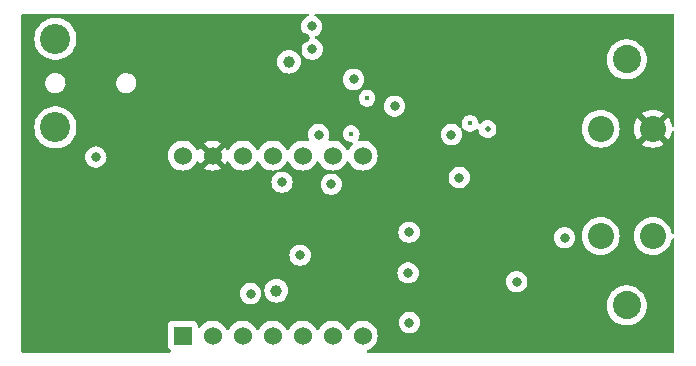
<source format=gbr>
%TF.GenerationSoftware,KiCad,Pcbnew,7.0.11*%
%TF.CreationDate,2024-12-08T12:57:22-05:00*%
%TF.ProjectId,wsg1.0,77736731-2e30-42e6-9b69-6361645f7063,rev?*%
%TF.SameCoordinates,Original*%
%TF.FileFunction,Copper,L2,Inr*%
%TF.FilePolarity,Positive*%
%FSLAX46Y46*%
G04 Gerber Fmt 4.6, Leading zero omitted, Abs format (unit mm)*
G04 Created by KiCad (PCBNEW 7.0.11) date 2024-12-08 12:57:22*
%MOMM*%
%LPD*%
G01*
G04 APERTURE LIST*
%TA.AperFunction,ComponentPad*%
%ADD10R,1.530000X1.530000*%
%TD*%
%TA.AperFunction,ComponentPad*%
%ADD11C,1.530000*%
%TD*%
%TA.AperFunction,ComponentPad*%
%ADD12C,2.550000*%
%TD*%
%TA.AperFunction,ComponentPad*%
%ADD13C,2.209800*%
%TD*%
%TA.AperFunction,ComponentPad*%
%ADD14C,2.387600*%
%TD*%
%TA.AperFunction,ViaPad*%
%ADD15C,0.800000*%
%TD*%
%TA.AperFunction,ViaPad*%
%ADD16C,0.700000*%
%TD*%
%TA.AperFunction,ViaPad*%
%ADD17C,1.000000*%
%TD*%
%TA.AperFunction,ViaPad*%
%ADD18C,0.500000*%
%TD*%
%TA.AperFunction,ViaPad*%
%ADD19C,0.400000*%
%TD*%
G04 APERTURE END LIST*
D10*
%TO.N,Net-(U2-PA02_A0_D0)*%
%TO.C,U2*%
X129470000Y-150260000D03*
D11*
%TO.N,Net-(U2-PA4_A1_D1)*%
X132010000Y-150260000D03*
%TO.N,Net-(U2-PA10_A2_D2)*%
X134550000Y-150260000D03*
%TO.N,Net-(U2-PA11_A3_D3)*%
X137090000Y-150260000D03*
%TO.N,3v3*%
X139630000Y-150260000D03*
X142170000Y-150260000D03*
X144710000Y-150260000D03*
X144710000Y-135020000D03*
%TO.N,Net-(U2-PA7_A8_D8_SCK)*%
X142170000Y-135020000D03*
%TO.N,Net-(U2-PA5_A9_D9_MISO)*%
X139630000Y-135020000D03*
%TO.N,Net-(U2-PA6_A10_D10_MOSI)*%
X137090000Y-135020000D03*
%TO.N,3v3*%
X134550000Y-135020000D03*
%TO.N,GND*%
X132010000Y-135020000D03*
%TO.N,Net-(D8-K)*%
X129470000Y-135020000D03*
%TD*%
D12*
%TO.N,unconnected-(J1-PadMH1)*%
%TO.C,J1*%
X118700000Y-125140000D03*
%TO.N,unconnected-(J1-PadMH2)*%
X118700000Y-132640000D03*
%TD*%
D13*
%TO.N,Net-(InstrAmp1-+IN)*%
%TO.C,U3*%
X164860000Y-141840002D03*
%TO.N,Net-(InstrAmp1--IN)*%
X164860000Y-132740000D03*
%TO.N,Net-(LinReg2-VOUT)*%
X169280000Y-141840002D03*
%TO.N,GND*%
X169280000Y-132740000D03*
D14*
%TO.N,N/C*%
X167069999Y-147704999D03*
X167069999Y-126875003D03*
%TD*%
D15*
%TO.N,GND*%
X146970000Y-127110000D03*
X134310000Y-127840000D03*
X159655000Y-128270000D03*
X136630000Y-128310000D03*
X154810000Y-139980000D03*
D16*
X145660000Y-124190000D03*
D15*
X160700000Y-143210000D03*
X163300000Y-146630000D03*
X139810000Y-125070000D03*
X131380000Y-132730000D03*
D17*
X167600000Y-131540000D03*
D15*
X133835000Y-124725000D03*
X129400000Y-125400000D03*
X131940000Y-130450000D03*
X157370000Y-141970000D03*
D17*
%TO.N,5.5V*%
X138470000Y-127070000D03*
D15*
X161820000Y-141980000D03*
X140400000Y-124090000D03*
X143950000Y-128570500D03*
X122120000Y-135150000D03*
D18*
X155285200Y-132785200D03*
D15*
X157760000Y-145700000D03*
X140440000Y-126020000D03*
%TO.N,3v3*%
X148640000Y-141520000D03*
X137880332Y-137280332D03*
X142060000Y-137450000D03*
%TO.N,CS-DAC*%
X139420000Y-143460000D03*
X152890000Y-136880000D03*
D19*
%TO.N,SClk*%
X143740000Y-133170000D03*
X153802500Y-132292500D03*
D15*
%TO.N,CS-MEM*%
X148660000Y-149160000D03*
X148560000Y-144950000D03*
%TO.N,Ready*%
X135220000Y-146700000D03*
D19*
X145080000Y-130169500D03*
D15*
%TO.N,MISO*%
X140980000Y-133240000D03*
X147410000Y-130840000D03*
D17*
%TO.N,CS-ADC*%
X137400000Y-146470000D03*
D15*
X152230000Y-133239500D03*
%TD*%
%TA.AperFunction,Conductor*%
%TO.N,GND*%
G36*
X140116758Y-123020185D02*
G01*
X140162513Y-123072989D01*
X140172457Y-123142147D01*
X140143432Y-123205703D01*
X140100155Y-123237779D01*
X139947270Y-123305848D01*
X139947265Y-123305851D01*
X139794129Y-123417111D01*
X139667466Y-123557785D01*
X139572821Y-123721715D01*
X139572818Y-123721722D01*
X139514327Y-123901740D01*
X139514326Y-123901744D01*
X139494540Y-124090000D01*
X139514326Y-124278256D01*
X139514327Y-124278259D01*
X139572818Y-124458277D01*
X139572821Y-124458284D01*
X139667467Y-124622216D01*
X139794129Y-124762888D01*
X139947265Y-124874148D01*
X139947270Y-124874151D01*
X140119031Y-124950625D01*
X140172268Y-124995875D01*
X140192589Y-125062724D01*
X140173544Y-125129948D01*
X140121177Y-125176203D01*
X140119032Y-125177183D01*
X139987267Y-125235850D01*
X139987265Y-125235851D01*
X139834129Y-125347111D01*
X139707466Y-125487785D01*
X139612821Y-125651715D01*
X139612818Y-125651722D01*
X139571226Y-125779730D01*
X139554326Y-125831744D01*
X139534540Y-126020000D01*
X139554326Y-126208256D01*
X139554327Y-126208259D01*
X139612818Y-126388277D01*
X139612821Y-126388284D01*
X139707467Y-126552216D01*
X139824271Y-126681940D01*
X139834129Y-126692888D01*
X139987265Y-126804148D01*
X139987270Y-126804151D01*
X140160192Y-126881142D01*
X140160197Y-126881144D01*
X140345354Y-126920500D01*
X140345355Y-126920500D01*
X140534644Y-126920500D01*
X140534646Y-126920500D01*
X140719803Y-126881144D01*
X140733589Y-126875006D01*
X165370948Y-126875006D01*
X165377956Y-126968531D01*
X165378212Y-126973046D01*
X165381924Y-127069879D01*
X165381924Y-127069880D01*
X165386457Y-127093253D01*
X165388377Y-127107585D01*
X165389925Y-127128232D01*
X165389926Y-127128240D01*
X165411534Y-127222913D01*
X165412375Y-127226894D01*
X165431458Y-127325286D01*
X165438376Y-127344548D01*
X165442566Y-127358870D01*
X165446429Y-127375799D01*
X165446432Y-127375807D01*
X165475311Y-127449391D01*
X165483124Y-127469296D01*
X165484381Y-127472642D01*
X165504521Y-127528717D01*
X165519394Y-127570128D01*
X165527588Y-127585197D01*
X165534078Y-127599126D01*
X165539207Y-127612194D01*
X165591088Y-127702056D01*
X165592635Y-127704817D01*
X165643676Y-127798679D01*
X165643677Y-127798680D01*
X165652052Y-127809668D01*
X165660819Y-127822834D01*
X165666172Y-127832106D01*
X165666175Y-127832110D01*
X165666177Y-127832113D01*
X165732973Y-127915873D01*
X165734569Y-127917920D01*
X165801392Y-128005582D01*
X165808947Y-128012853D01*
X165819903Y-128024880D01*
X165824501Y-128030646D01*
X165824506Y-128030652D01*
X165905448Y-128105754D01*
X165907093Y-128107309D01*
X165988836Y-128185980D01*
X165988839Y-128185982D01*
X165988841Y-128185984D01*
X165994690Y-128190098D01*
X166007679Y-128200612D01*
X166010652Y-128203370D01*
X166010661Y-128203377D01*
X166104580Y-128267409D01*
X166106069Y-128268440D01*
X166201632Y-128335658D01*
X166205053Y-128337351D01*
X166219896Y-128346030D01*
X166220474Y-128346424D01*
X166325960Y-128397223D01*
X166327044Y-128397753D01*
X166351569Y-128409896D01*
X166434769Y-128451092D01*
X166434774Y-128451093D01*
X166434777Y-128451095D01*
X166435217Y-128451234D01*
X166444881Y-128455069D01*
X166444944Y-128454909D01*
X166449258Y-128456602D01*
X166449262Y-128456603D01*
X166449266Y-128456605D01*
X166564519Y-128492155D01*
X166564906Y-128492276D01*
X166682811Y-128529590D01*
X166682819Y-128529591D01*
X166684046Y-128529879D01*
X166690019Y-128531020D01*
X166691920Y-128531453D01*
X166691925Y-128531455D01*
X166691929Y-128531455D01*
X166691931Y-128531456D01*
X166712695Y-128534585D01*
X166814401Y-128549915D01*
X166939920Y-128569303D01*
X166939924Y-128569303D01*
X167196964Y-128569303D01*
X167196969Y-128569303D01*
X167256921Y-128560265D01*
X167265863Y-128559250D01*
X167329394Y-128554374D01*
X167384981Y-128541365D01*
X167394702Y-128539498D01*
X167448073Y-128531455D01*
X167509173Y-128512607D01*
X167517441Y-128510369D01*
X167582709Y-128495096D01*
X167632570Y-128474999D01*
X167642316Y-128471538D01*
X167690732Y-128456605D01*
X167751332Y-128427420D01*
X167758748Y-128424145D01*
X167824006Y-128397845D01*
X167867356Y-128372072D01*
X167876899Y-128366950D01*
X167919525Y-128346424D01*
X167977853Y-128306655D01*
X167984291Y-128302553D01*
X168041674Y-128268440D01*
X168047624Y-128264903D01*
X168047628Y-128264900D01*
X168047627Y-128264900D01*
X168047630Y-128264899D01*
X168083958Y-128234937D01*
X168092991Y-128228155D01*
X168129340Y-128203375D01*
X168183518Y-128153103D01*
X168188949Y-128148352D01*
X168248337Y-128099377D01*
X168248339Y-128099375D01*
X168277465Y-128066690D01*
X168285668Y-128058322D01*
X168315492Y-128030651D01*
X168363651Y-127970260D01*
X168367966Y-127965142D01*
X168421429Y-127905153D01*
X168443417Y-127871198D01*
X168450534Y-127861312D01*
X168473821Y-127832113D01*
X168514105Y-127762336D01*
X168517362Y-127757013D01*
X168562843Y-127686786D01*
X168570368Y-127670000D01*
X168578026Y-127652917D01*
X168583791Y-127641637D01*
X168600791Y-127612194D01*
X168631435Y-127534112D01*
X168633689Y-127528746D01*
X168669265Y-127449390D01*
X168678218Y-127416807D01*
X168682357Y-127404365D01*
X168693566Y-127375807D01*
X168712974Y-127290769D01*
X168714264Y-127285636D01*
X168738202Y-127198532D01*
X168741695Y-127168269D01*
X168743981Y-127154920D01*
X168750073Y-127128233D01*
X168756835Y-127037984D01*
X168757297Y-127033117D01*
X168768038Y-126940090D01*
X168766998Y-126912977D01*
X168767254Y-126898957D01*
X168769050Y-126875002D01*
X168768338Y-126865510D01*
X168762037Y-126781433D01*
X168761785Y-126776981D01*
X168758073Y-126680123D01*
X168753540Y-126656750D01*
X168751619Y-126642414D01*
X168750073Y-126621773D01*
X168728452Y-126527050D01*
X168727618Y-126523094D01*
X168708541Y-126424726D01*
X168708541Y-126424724D01*
X168701619Y-126405454D01*
X168697432Y-126391142D01*
X168693566Y-126374199D01*
X168656876Y-126280715D01*
X168655602Y-126277325D01*
X168640074Y-126234090D01*
X168620604Y-126179878D01*
X168612409Y-126164809D01*
X168605917Y-126150875D01*
X168600791Y-126137812D01*
X168548875Y-126047889D01*
X168547404Y-126045265D01*
X168496321Y-125951326D01*
X168492334Y-125946096D01*
X168487942Y-125940333D01*
X168479177Y-125927170D01*
X168473821Y-125917893D01*
X168406984Y-125834082D01*
X168405473Y-125832144D01*
X168338606Y-125744424D01*
X168331045Y-125737148D01*
X168320089Y-125725120D01*
X168315494Y-125719357D01*
X168315490Y-125719353D01*
X168234547Y-125644249D01*
X168232948Y-125642738D01*
X168151157Y-125564022D01*
X168145291Y-125559896D01*
X168132308Y-125549384D01*
X168129340Y-125546631D01*
X168035379Y-125482569D01*
X168033914Y-125481554D01*
X167938370Y-125414350D01*
X167938364Y-125414347D01*
X167934930Y-125412646D01*
X167920114Y-125403983D01*
X167919525Y-125403581D01*
X167814083Y-125352804D01*
X167812925Y-125352239D01*
X167759645Y-125325858D01*
X167705229Y-125298914D01*
X167705212Y-125298907D01*
X167704740Y-125298758D01*
X167695114Y-125294940D01*
X167695053Y-125295097D01*
X167690737Y-125293403D01*
X167690734Y-125293402D01*
X167690732Y-125293401D01*
X167627429Y-125273874D01*
X167575694Y-125257916D01*
X167574832Y-125257646D01*
X167457193Y-125220417D01*
X167455959Y-125220128D01*
X167449991Y-125218988D01*
X167448073Y-125218550D01*
X167325833Y-125200125D01*
X167325388Y-125200057D01*
X167200078Y-125180703D01*
X167196969Y-125180703D01*
X166943029Y-125180703D01*
X166943021Y-125180703D01*
X166883107Y-125189734D01*
X166874120Y-125190755D01*
X166810609Y-125195631D01*
X166810595Y-125195633D01*
X166755049Y-125208632D01*
X166745277Y-125210509D01*
X166691927Y-125218550D01*
X166691924Y-125218550D01*
X166630842Y-125237390D01*
X166622553Y-125239635D01*
X166557294Y-125254908D01*
X166507445Y-125274997D01*
X166497650Y-125278475D01*
X166449263Y-125293402D01*
X166388689Y-125322571D01*
X166381248Y-125325858D01*
X166315992Y-125352160D01*
X166272648Y-125377928D01*
X166263088Y-125383059D01*
X166220478Y-125403579D01*
X166220475Y-125403581D01*
X166220474Y-125403582D01*
X166204683Y-125414348D01*
X166162176Y-125443328D01*
X166155693Y-125447459D01*
X166092373Y-125485103D01*
X166092362Y-125485110D01*
X166056039Y-125515065D01*
X166047004Y-125521849D01*
X166010656Y-125546632D01*
X166010653Y-125546635D01*
X165956489Y-125596890D01*
X165951046Y-125601653D01*
X165891657Y-125650632D01*
X165891656Y-125650633D01*
X165862544Y-125683299D01*
X165854317Y-125691693D01*
X165824504Y-125719356D01*
X165776357Y-125779730D01*
X165771984Y-125784916D01*
X165718568Y-125844853D01*
X165696584Y-125878799D01*
X165689453Y-125888704D01*
X165666179Y-125917888D01*
X165625911Y-125987633D01*
X165622607Y-125993032D01*
X165577155Y-126063218D01*
X165577154Y-126063219D01*
X165561973Y-126097085D01*
X165556212Y-126108356D01*
X165539210Y-126137805D01*
X165539208Y-126137810D01*
X165508575Y-126215860D01*
X165506298Y-126221279D01*
X165470733Y-126300613D01*
X165470732Y-126300616D01*
X165461776Y-126333202D01*
X165457642Y-126345634D01*
X165446433Y-126374198D01*
X165446431Y-126374202D01*
X165427037Y-126459171D01*
X165425714Y-126464433D01*
X165401796Y-126551470D01*
X165398300Y-126581741D01*
X165396012Y-126595098D01*
X165389924Y-126621773D01*
X165389923Y-126621783D01*
X165383163Y-126711993D01*
X165382692Y-126716946D01*
X165371959Y-126809916D01*
X165372999Y-126837030D01*
X165372743Y-126851044D01*
X165370948Y-126874999D01*
X165370948Y-126875006D01*
X140733589Y-126875006D01*
X140892730Y-126804151D01*
X141045871Y-126692888D01*
X141172533Y-126552216D01*
X141267179Y-126388284D01*
X141325674Y-126208256D01*
X141345460Y-126020000D01*
X141325674Y-125831744D01*
X141267179Y-125651716D01*
X141172533Y-125487784D01*
X141045871Y-125347112D01*
X141045870Y-125347111D01*
X140892734Y-125235851D01*
X140892729Y-125235848D01*
X140720968Y-125159374D01*
X140667731Y-125114124D01*
X140647410Y-125047274D01*
X140666456Y-124980051D01*
X140718822Y-124933796D01*
X140720968Y-124932816D01*
X140737162Y-124925605D01*
X140852730Y-124874151D01*
X141005871Y-124762888D01*
X141132533Y-124622216D01*
X141227179Y-124458284D01*
X141285674Y-124278256D01*
X141305460Y-124090000D01*
X141285674Y-123901744D01*
X141227179Y-123721716D01*
X141132533Y-123557784D01*
X141005871Y-123417112D01*
X141005870Y-123417111D01*
X140852734Y-123305851D01*
X140852729Y-123305848D01*
X140699845Y-123237779D01*
X140646608Y-123192529D01*
X140626287Y-123125680D01*
X140645333Y-123058456D01*
X140697699Y-123012201D01*
X140750281Y-123000500D01*
X170985500Y-123000500D01*
X171052539Y-123020185D01*
X171098294Y-123072989D01*
X171109500Y-123124500D01*
X171109500Y-132437901D01*
X171089815Y-132504940D01*
X171037011Y-132550695D01*
X170967853Y-132560639D01*
X170904297Y-132531614D01*
X170866523Y-132472836D01*
X170864926Y-132466848D01*
X170811072Y-132242529D01*
X170714399Y-132009138D01*
X170582410Y-131793750D01*
X170582405Y-131793743D01*
X170581209Y-131792343D01*
X170581208Y-131792343D01*
X170031898Y-132341653D01*
X169988433Y-132259670D01*
X169868614Y-132118608D01*
X169721271Y-132006601D01*
X169679275Y-131987171D01*
X170227656Y-131438790D01*
X170226252Y-131437592D01*
X170010858Y-131305599D01*
X169777470Y-131208927D01*
X169531834Y-131149956D01*
X169531835Y-131149956D01*
X169280000Y-131130137D01*
X169028164Y-131149956D01*
X168782529Y-131208927D01*
X168549136Y-131305601D01*
X168333748Y-131437591D01*
X168332342Y-131438790D01*
X168880735Y-131987182D01*
X168762021Y-132058610D01*
X168627653Y-132185891D01*
X168524490Y-132338042D01*
X167978790Y-131792342D01*
X167977591Y-131793748D01*
X167845601Y-132009136D01*
X167748927Y-132242529D01*
X167689956Y-132488164D01*
X167670137Y-132740000D01*
X167689956Y-132991835D01*
X167748927Y-133237470D01*
X167845599Y-133470858D01*
X167977592Y-133686252D01*
X167978790Y-133687655D01*
X168528101Y-133138344D01*
X168571567Y-133220330D01*
X168691386Y-133361392D01*
X168838729Y-133473399D01*
X168880724Y-133492827D01*
X168332343Y-134041208D01*
X168332343Y-134041209D01*
X168333743Y-134042405D01*
X168333750Y-134042410D01*
X168549138Y-134174399D01*
X168782529Y-134271072D01*
X169028165Y-134330043D01*
X169028164Y-134330043D01*
X169280000Y-134349862D01*
X169531835Y-134330043D01*
X169777470Y-134271072D01*
X170010858Y-134174400D01*
X170226256Y-134042404D01*
X170227655Y-134041208D01*
X170227656Y-134041208D01*
X169679264Y-133492817D01*
X169797979Y-133421390D01*
X169932347Y-133294109D01*
X170035509Y-133141957D01*
X170581208Y-133687656D01*
X170581208Y-133687655D01*
X170582404Y-133686256D01*
X170714400Y-133470858D01*
X170811072Y-133237470D01*
X170864926Y-133013151D01*
X170899717Y-132952559D01*
X170961743Y-132920395D01*
X171031312Y-132926871D01*
X171086336Y-132969930D01*
X171109345Y-133035903D01*
X171109500Y-133042098D01*
X171109500Y-141535764D01*
X171089815Y-141602803D01*
X171037011Y-141648558D01*
X170967853Y-141658502D01*
X170904297Y-141629477D01*
X170866523Y-141570699D01*
X170864926Y-141564711D01*
X170857976Y-141535764D01*
X170811547Y-141342372D01*
X170807144Y-141331740D01*
X170714845Y-141108911D01*
X170582815Y-140893459D01*
X170582814Y-140893457D01*
X170582813Y-140893456D01*
X170582812Y-140893454D01*
X170418699Y-140701303D01*
X170226548Y-140537190D01*
X170226546Y-140537188D01*
X170226544Y-140537187D01*
X170226542Y-140537186D01*
X170011090Y-140405156D01*
X169777630Y-140308454D01*
X169531912Y-140249463D01*
X169531913Y-140249463D01*
X169280000Y-140229638D01*
X169028087Y-140249463D01*
X168782369Y-140308454D01*
X168548909Y-140405156D01*
X168333457Y-140537186D01*
X168333455Y-140537187D01*
X168141301Y-140701303D01*
X167977185Y-140893457D01*
X167977184Y-140893459D01*
X167845154Y-141108911D01*
X167748452Y-141342371D01*
X167689461Y-141588089D01*
X167669636Y-141840002D01*
X167689461Y-142091914D01*
X167748452Y-142337632D01*
X167845154Y-142571092D01*
X167977184Y-142786544D01*
X167977185Y-142786546D01*
X167977186Y-142786548D01*
X167977188Y-142786550D01*
X168141301Y-142978701D01*
X168333452Y-143142814D01*
X168333454Y-143142815D01*
X168333455Y-143142816D01*
X168333457Y-143142817D01*
X168548909Y-143274847D01*
X168782369Y-143371549D01*
X168843798Y-143386296D01*
X169028084Y-143430540D01*
X169280000Y-143450366D01*
X169531916Y-143430540D01*
X169777630Y-143371549D01*
X170011090Y-143274847D01*
X170226548Y-143142814D01*
X170418699Y-142978701D01*
X170582812Y-142786550D01*
X170714845Y-142571092D01*
X170811547Y-142337632D01*
X170864926Y-142115290D01*
X170899717Y-142054700D01*
X170961743Y-142022536D01*
X171031312Y-142029012D01*
X171086336Y-142072071D01*
X171109345Y-142138044D01*
X171109500Y-142144239D01*
X171109500Y-151575500D01*
X171089815Y-151642539D01*
X171037011Y-151688294D01*
X170985500Y-151699500D01*
X145169103Y-151699500D01*
X145102064Y-151679815D01*
X145056309Y-151627011D01*
X145046365Y-151557853D01*
X145075390Y-151494297D01*
X145134168Y-151456523D01*
X145137009Y-151455725D01*
X145138325Y-151455372D01*
X145144480Y-151453723D01*
X145345167Y-151360142D01*
X145526555Y-151233132D01*
X145683132Y-151076555D01*
X145810142Y-150895167D01*
X145903723Y-150694480D01*
X145961035Y-150480591D01*
X145980334Y-150260000D01*
X145961035Y-150039409D01*
X145903723Y-149825520D01*
X145891574Y-149799467D01*
X145810143Y-149624836D01*
X145810142Y-149624834D01*
X145810142Y-149624833D01*
X145683132Y-149443445D01*
X145526555Y-149286868D01*
X145345370Y-149160000D01*
X147754540Y-149160000D01*
X147774326Y-149348256D01*
X147774327Y-149348259D01*
X147832818Y-149528277D01*
X147832821Y-149528284D01*
X147927467Y-149692216D01*
X148024037Y-149799467D01*
X148054129Y-149832888D01*
X148207265Y-149944148D01*
X148207270Y-149944151D01*
X148380192Y-150021142D01*
X148380197Y-150021144D01*
X148565354Y-150060500D01*
X148565355Y-150060500D01*
X148754644Y-150060500D01*
X148754646Y-150060500D01*
X148939803Y-150021144D01*
X149112730Y-149944151D01*
X149265871Y-149832888D01*
X149392533Y-149692216D01*
X149487179Y-149528284D01*
X149545674Y-149348256D01*
X149565460Y-149160000D01*
X149545674Y-148971744D01*
X149487179Y-148791716D01*
X149392533Y-148627784D01*
X149265871Y-148487112D01*
X149204044Y-148442192D01*
X149112734Y-148375851D01*
X149112729Y-148375848D01*
X148939807Y-148298857D01*
X148939802Y-148298855D01*
X148794001Y-148267865D01*
X148754646Y-148259500D01*
X148565354Y-148259500D01*
X148532897Y-148266398D01*
X148380197Y-148298855D01*
X148380192Y-148298857D01*
X148207270Y-148375848D01*
X148207265Y-148375851D01*
X148054129Y-148487111D01*
X147927466Y-148627785D01*
X147832821Y-148791715D01*
X147832818Y-148791722D01*
X147788093Y-148929373D01*
X147774326Y-148971744D01*
X147754540Y-149160000D01*
X145345370Y-149160000D01*
X145345167Y-149159858D01*
X145345163Y-149159856D01*
X145144486Y-149066279D01*
X145144475Y-149066275D01*
X144930592Y-149008965D01*
X144930585Y-149008964D01*
X144710002Y-148989666D01*
X144709998Y-148989666D01*
X144489414Y-149008964D01*
X144489407Y-149008965D01*
X144275524Y-149066275D01*
X144275513Y-149066279D01*
X144074836Y-149159856D01*
X144074834Y-149159857D01*
X143893444Y-149286868D01*
X143736868Y-149443444D01*
X143609857Y-149624834D01*
X143609856Y-149624836D01*
X143552382Y-149748091D01*
X143506210Y-149800531D01*
X143439017Y-149819683D01*
X143372135Y-149799467D01*
X143327618Y-149748091D01*
X143270143Y-149624836D01*
X143270142Y-149624834D01*
X143270142Y-149624833D01*
X143143132Y-149443445D01*
X142986555Y-149286868D01*
X142805167Y-149159858D01*
X142805163Y-149159856D01*
X142604486Y-149066279D01*
X142604475Y-149066275D01*
X142390592Y-149008965D01*
X142390585Y-149008964D01*
X142170002Y-148989666D01*
X142169998Y-148989666D01*
X141949414Y-149008964D01*
X141949407Y-149008965D01*
X141735524Y-149066275D01*
X141735513Y-149066279D01*
X141534836Y-149159856D01*
X141534834Y-149159857D01*
X141353444Y-149286868D01*
X141196868Y-149443444D01*
X141069857Y-149624834D01*
X141069856Y-149624836D01*
X141012382Y-149748091D01*
X140966210Y-149800531D01*
X140899017Y-149819683D01*
X140832135Y-149799467D01*
X140787618Y-149748091D01*
X140730143Y-149624836D01*
X140730142Y-149624834D01*
X140730142Y-149624833D01*
X140603132Y-149443445D01*
X140446555Y-149286868D01*
X140265167Y-149159858D01*
X140265163Y-149159856D01*
X140064486Y-149066279D01*
X140064475Y-149066275D01*
X139850592Y-149008965D01*
X139850585Y-149008964D01*
X139630002Y-148989666D01*
X139629998Y-148989666D01*
X139409414Y-149008964D01*
X139409407Y-149008965D01*
X139195524Y-149066275D01*
X139195513Y-149066279D01*
X138994836Y-149159856D01*
X138994834Y-149159857D01*
X138813444Y-149286868D01*
X138656868Y-149443444D01*
X138529857Y-149624834D01*
X138529856Y-149624836D01*
X138472382Y-149748091D01*
X138426210Y-149800531D01*
X138359017Y-149819683D01*
X138292135Y-149799467D01*
X138247618Y-149748091D01*
X138190143Y-149624836D01*
X138190142Y-149624834D01*
X138190142Y-149624833D01*
X138063132Y-149443445D01*
X137906555Y-149286868D01*
X137725167Y-149159858D01*
X137725163Y-149159856D01*
X137524486Y-149066279D01*
X137524475Y-149066275D01*
X137310592Y-149008965D01*
X137310585Y-149008964D01*
X137090002Y-148989666D01*
X137089998Y-148989666D01*
X136869414Y-149008964D01*
X136869407Y-149008965D01*
X136655524Y-149066275D01*
X136655513Y-149066279D01*
X136454836Y-149159856D01*
X136454834Y-149159857D01*
X136273444Y-149286868D01*
X136116868Y-149443444D01*
X135989857Y-149624834D01*
X135989856Y-149624836D01*
X135932382Y-149748091D01*
X135886210Y-149800531D01*
X135819017Y-149819683D01*
X135752135Y-149799467D01*
X135707618Y-149748091D01*
X135650143Y-149624836D01*
X135650142Y-149624834D01*
X135650142Y-149624833D01*
X135523132Y-149443445D01*
X135366555Y-149286868D01*
X135185167Y-149159858D01*
X135185163Y-149159856D01*
X134984486Y-149066279D01*
X134984475Y-149066275D01*
X134770592Y-149008965D01*
X134770585Y-149008964D01*
X134550002Y-148989666D01*
X134549998Y-148989666D01*
X134329414Y-149008964D01*
X134329407Y-149008965D01*
X134115524Y-149066275D01*
X134115513Y-149066279D01*
X133914836Y-149159856D01*
X133914834Y-149159857D01*
X133733444Y-149286868D01*
X133576868Y-149443444D01*
X133449857Y-149624834D01*
X133449856Y-149624836D01*
X133392382Y-149748091D01*
X133346210Y-149800531D01*
X133279017Y-149819683D01*
X133212135Y-149799467D01*
X133167618Y-149748091D01*
X133110143Y-149624836D01*
X133110142Y-149624834D01*
X133110142Y-149624833D01*
X132983132Y-149443445D01*
X132826555Y-149286868D01*
X132645167Y-149159858D01*
X132645163Y-149159856D01*
X132444486Y-149066279D01*
X132444475Y-149066275D01*
X132230592Y-149008965D01*
X132230585Y-149008964D01*
X132010002Y-148989666D01*
X132009998Y-148989666D01*
X131789414Y-149008964D01*
X131789407Y-149008965D01*
X131575524Y-149066275D01*
X131575513Y-149066279D01*
X131374836Y-149159856D01*
X131374834Y-149159857D01*
X131193444Y-149286868D01*
X131036868Y-149443444D01*
X130961074Y-149551690D01*
X130906497Y-149595315D01*
X130836998Y-149602507D01*
X130774644Y-149570985D01*
X130739230Y-149510755D01*
X130735499Y-149480566D01*
X130735499Y-149447129D01*
X130735498Y-149447123D01*
X130735497Y-149447116D01*
X130729091Y-149387517D01*
X130727917Y-149384370D01*
X130678797Y-149252671D01*
X130678793Y-149252664D01*
X130592547Y-149137455D01*
X130592544Y-149137452D01*
X130477335Y-149051206D01*
X130477328Y-149051202D01*
X130342482Y-149000908D01*
X130342483Y-149000908D01*
X130282883Y-148994501D01*
X130282881Y-148994500D01*
X130282873Y-148994500D01*
X130282864Y-148994500D01*
X128657129Y-148994500D01*
X128657123Y-148994501D01*
X128597516Y-149000908D01*
X128462671Y-149051202D01*
X128462664Y-149051206D01*
X128347455Y-149137452D01*
X128347452Y-149137455D01*
X128261206Y-149252664D01*
X128261202Y-149252671D01*
X128210908Y-149387517D01*
X128204896Y-149443444D01*
X128204501Y-149447123D01*
X128204500Y-149447135D01*
X128204500Y-151072870D01*
X128204501Y-151072876D01*
X128210908Y-151132483D01*
X128261202Y-151267328D01*
X128261206Y-151267335D01*
X128347452Y-151382544D01*
X128347455Y-151382547D01*
X128469769Y-151474112D01*
X128468247Y-151476144D01*
X128508177Y-151516075D01*
X128523028Y-151584348D01*
X128498610Y-151649812D01*
X128442676Y-151691682D01*
X128399344Y-151699500D01*
X115934500Y-151699500D01*
X115867461Y-151679815D01*
X115821706Y-151627011D01*
X115810500Y-151575500D01*
X115810500Y-147705002D01*
X165370948Y-147705002D01*
X165377956Y-147798527D01*
X165378212Y-147803042D01*
X165381924Y-147899875D01*
X165381924Y-147899876D01*
X165386457Y-147923249D01*
X165388377Y-147937581D01*
X165389925Y-147958228D01*
X165389926Y-147958236D01*
X165411534Y-148052909D01*
X165412375Y-148056890D01*
X165431458Y-148155282D01*
X165438376Y-148174544D01*
X165442566Y-148188866D01*
X165446429Y-148205795D01*
X165446432Y-148205803D01*
X165482952Y-148298856D01*
X165483124Y-148299292D01*
X165484381Y-148302638D01*
X165504521Y-148358713D01*
X165519394Y-148400124D01*
X165527588Y-148415193D01*
X165534078Y-148429122D01*
X165539207Y-148442190D01*
X165591088Y-148532052D01*
X165592635Y-148534813D01*
X165643676Y-148628675D01*
X165643677Y-148628676D01*
X165652052Y-148639664D01*
X165660819Y-148652830D01*
X165666172Y-148662102D01*
X165666175Y-148662106D01*
X165666177Y-148662109D01*
X165732973Y-148745869D01*
X165734569Y-148747916D01*
X165801392Y-148835578D01*
X165808947Y-148842849D01*
X165819903Y-148854876D01*
X165824501Y-148860642D01*
X165824506Y-148860648D01*
X165905448Y-148935750D01*
X165907093Y-148937305D01*
X165988836Y-149015976D01*
X165988839Y-149015978D01*
X165988841Y-149015980D01*
X165994690Y-149020094D01*
X166007679Y-149030608D01*
X166010652Y-149033366D01*
X166010661Y-149033373D01*
X166104580Y-149097405D01*
X166106069Y-149098436D01*
X166201632Y-149165654D01*
X166205053Y-149167347D01*
X166219896Y-149176026D01*
X166220474Y-149176420D01*
X166325960Y-149227219D01*
X166327044Y-149227749D01*
X166361876Y-149244995D01*
X166434769Y-149281088D01*
X166434774Y-149281089D01*
X166434777Y-149281091D01*
X166435217Y-149281230D01*
X166444881Y-149285065D01*
X166444944Y-149284905D01*
X166449258Y-149286598D01*
X166449262Y-149286599D01*
X166449266Y-149286601D01*
X166564519Y-149322151D01*
X166564906Y-149322272D01*
X166682811Y-149359586D01*
X166682819Y-149359587D01*
X166684046Y-149359875D01*
X166690019Y-149361016D01*
X166691920Y-149361449D01*
X166691925Y-149361451D01*
X166691929Y-149361451D01*
X166691931Y-149361452D01*
X166712695Y-149364581D01*
X166814401Y-149379911D01*
X166939920Y-149399299D01*
X166939924Y-149399299D01*
X167196964Y-149399299D01*
X167196969Y-149399299D01*
X167256921Y-149390261D01*
X167265863Y-149389246D01*
X167329394Y-149384370D01*
X167384981Y-149371361D01*
X167394702Y-149369494D01*
X167448073Y-149361451D01*
X167509173Y-149342603D01*
X167517441Y-149340365D01*
X167582709Y-149325092D01*
X167632570Y-149304995D01*
X167642316Y-149301534D01*
X167690732Y-149286601D01*
X167751332Y-149257416D01*
X167758748Y-149254141D01*
X167824006Y-149227841D01*
X167867356Y-149202068D01*
X167876899Y-149196946D01*
X167919525Y-149176420D01*
X167977853Y-149136651D01*
X167984291Y-149132549D01*
X168041674Y-149098436D01*
X168047624Y-149094899D01*
X168047628Y-149094896D01*
X168047627Y-149094896D01*
X168047630Y-149094895D01*
X168083958Y-149064933D01*
X168092991Y-149058151D01*
X168129340Y-149033371D01*
X168183518Y-148983099D01*
X168188949Y-148978348D01*
X168248337Y-148929373D01*
X168248339Y-148929371D01*
X168277465Y-148896686D01*
X168285668Y-148888318D01*
X168315492Y-148860647D01*
X168363651Y-148800256D01*
X168367966Y-148795138D01*
X168421429Y-148735149D01*
X168443417Y-148701194D01*
X168450534Y-148691308D01*
X168473821Y-148662109D01*
X168514105Y-148592332D01*
X168517362Y-148587009D01*
X168562843Y-148516782D01*
X168563506Y-148515302D01*
X168578026Y-148482913D01*
X168583791Y-148471633D01*
X168600791Y-148442190D01*
X168631435Y-148364108D01*
X168633689Y-148358742D01*
X168669265Y-148279386D01*
X168678218Y-148246803D01*
X168682357Y-148234361D01*
X168693566Y-148205803D01*
X168712974Y-148120765D01*
X168714264Y-148115632D01*
X168738202Y-148028528D01*
X168741695Y-147998265D01*
X168743981Y-147984916D01*
X168750073Y-147958229D01*
X168756835Y-147867980D01*
X168757297Y-147863113D01*
X168768038Y-147770086D01*
X168766998Y-147742973D01*
X168767254Y-147728953D01*
X168769050Y-147704998D01*
X168768338Y-147695506D01*
X168762037Y-147611429D01*
X168761785Y-147606977D01*
X168758073Y-147510119D01*
X168753540Y-147486746D01*
X168751619Y-147472410D01*
X168750073Y-147451769D01*
X168728452Y-147357046D01*
X168727618Y-147353090D01*
X168708541Y-147254722D01*
X168708541Y-147254720D01*
X168701619Y-147235450D01*
X168697432Y-147221138D01*
X168693566Y-147204195D01*
X168656876Y-147110711D01*
X168655602Y-147107321D01*
X168634509Y-147048592D01*
X168620604Y-147009874D01*
X168612409Y-146994805D01*
X168605917Y-146980871D01*
X168600791Y-146967808D01*
X168548875Y-146877885D01*
X168547404Y-146875261D01*
X168496321Y-146781322D01*
X168492334Y-146776092D01*
X168487942Y-146770329D01*
X168479177Y-146757166D01*
X168473821Y-146747889D01*
X168406984Y-146664078D01*
X168405473Y-146662140D01*
X168338606Y-146574420D01*
X168331045Y-146567144D01*
X168320089Y-146555116D01*
X168315494Y-146549353D01*
X168315490Y-146549349D01*
X168234547Y-146474245D01*
X168232948Y-146472734D01*
X168151157Y-146394018D01*
X168145291Y-146389892D01*
X168132308Y-146379380D01*
X168129340Y-146376627D01*
X168035379Y-146312565D01*
X168033914Y-146311550D01*
X167938370Y-146244346D01*
X167938364Y-146244343D01*
X167934930Y-146242642D01*
X167920114Y-146233979D01*
X167919525Y-146233577D01*
X167814083Y-146182800D01*
X167812925Y-146182235D01*
X167759645Y-146155854D01*
X167705229Y-146128910D01*
X167705212Y-146128903D01*
X167704740Y-146128754D01*
X167695114Y-146124936D01*
X167695053Y-146125093D01*
X167690737Y-146123399D01*
X167690734Y-146123398D01*
X167690732Y-146123397D01*
X167627429Y-146103870D01*
X167575694Y-146087912D01*
X167574832Y-146087642D01*
X167457193Y-146050413D01*
X167455959Y-146050124D01*
X167449991Y-146048984D01*
X167448073Y-146048546D01*
X167325833Y-146030121D01*
X167325388Y-146030053D01*
X167200078Y-146010699D01*
X167196969Y-146010699D01*
X166943029Y-146010699D01*
X166943021Y-146010699D01*
X166883107Y-146019730D01*
X166874120Y-146020751D01*
X166810609Y-146025627D01*
X166810595Y-146025629D01*
X166755049Y-146038628D01*
X166745277Y-146040505D01*
X166691927Y-146048546D01*
X166691924Y-146048546D01*
X166630842Y-146067386D01*
X166622553Y-146069631D01*
X166557294Y-146084904D01*
X166507445Y-146104993D01*
X166497650Y-146108471D01*
X166449263Y-146123398D01*
X166388689Y-146152567D01*
X166381248Y-146155854D01*
X166315992Y-146182156D01*
X166272648Y-146207924D01*
X166263088Y-146213055D01*
X166220478Y-146233575D01*
X166220475Y-146233577D01*
X166220474Y-146233578D01*
X166204683Y-146244344D01*
X166162176Y-146273324D01*
X166155693Y-146277455D01*
X166092373Y-146315099D01*
X166092362Y-146315106D01*
X166056039Y-146345061D01*
X166047004Y-146351845D01*
X166010656Y-146376628D01*
X166010653Y-146376631D01*
X165956489Y-146426886D01*
X165951046Y-146431649D01*
X165891657Y-146480628D01*
X165891656Y-146480629D01*
X165862544Y-146513295D01*
X165854317Y-146521689D01*
X165824504Y-146549352D01*
X165776357Y-146609726D01*
X165771984Y-146614912D01*
X165718568Y-146674849D01*
X165696584Y-146708795D01*
X165689453Y-146718700D01*
X165666179Y-146747884D01*
X165625911Y-146817629D01*
X165622607Y-146823028D01*
X165577155Y-146893214D01*
X165577154Y-146893215D01*
X165561973Y-146927081D01*
X165556212Y-146938352D01*
X165539210Y-146967801D01*
X165539207Y-146967806D01*
X165539207Y-146967808D01*
X165508575Y-147045856D01*
X165506298Y-147051275D01*
X165470733Y-147130609D01*
X165470732Y-147130612D01*
X165461776Y-147163198D01*
X165457642Y-147175630D01*
X165446433Y-147204194D01*
X165446431Y-147204198D01*
X165427037Y-147289167D01*
X165425714Y-147294429D01*
X165401796Y-147381466D01*
X165398300Y-147411737D01*
X165396012Y-147425094D01*
X165389924Y-147451769D01*
X165389923Y-147451779D01*
X165383163Y-147541989D01*
X165382692Y-147546942D01*
X165371959Y-147639912D01*
X165372999Y-147667026D01*
X165372743Y-147681040D01*
X165370948Y-147704995D01*
X165370948Y-147705002D01*
X115810500Y-147705002D01*
X115810500Y-146700000D01*
X134314540Y-146700000D01*
X134334326Y-146888256D01*
X134334327Y-146888259D01*
X134392818Y-147068277D01*
X134392821Y-147068284D01*
X134487467Y-147232216D01*
X134596303Y-147353090D01*
X134614129Y-147372888D01*
X134767265Y-147484148D01*
X134767270Y-147484151D01*
X134940192Y-147561142D01*
X134940197Y-147561144D01*
X135125354Y-147600500D01*
X135125355Y-147600500D01*
X135314644Y-147600500D01*
X135314646Y-147600500D01*
X135499803Y-147561144D01*
X135672730Y-147484151D01*
X135825871Y-147372888D01*
X135952533Y-147232216D01*
X136047179Y-147068284D01*
X136105674Y-146888256D01*
X136125460Y-146700000D01*
X136105674Y-146511744D01*
X136092110Y-146470000D01*
X136394659Y-146470000D01*
X136413975Y-146666129D01*
X136413976Y-146666132D01*
X136459932Y-146817629D01*
X136471188Y-146854733D01*
X136564086Y-147028532D01*
X136564090Y-147028539D01*
X136689116Y-147180883D01*
X136841460Y-147305909D01*
X136841467Y-147305913D01*
X137015266Y-147398811D01*
X137015269Y-147398811D01*
X137015273Y-147398814D01*
X137203868Y-147456024D01*
X137400000Y-147475341D01*
X137596132Y-147456024D01*
X137784727Y-147398814D01*
X137817176Y-147381470D01*
X137958532Y-147305913D01*
X137958538Y-147305910D01*
X138110883Y-147180883D01*
X138235910Y-147028538D01*
X138328814Y-146854727D01*
X138386024Y-146666132D01*
X138405341Y-146470000D01*
X138386024Y-146273868D01*
X138328814Y-146085273D01*
X138328811Y-146085269D01*
X138328811Y-146085266D01*
X138235913Y-145911467D01*
X138235909Y-145911460D01*
X138110883Y-145759116D01*
X137958539Y-145634090D01*
X137958532Y-145634086D01*
X137784733Y-145541188D01*
X137784727Y-145541186D01*
X137596132Y-145483976D01*
X137596129Y-145483975D01*
X137400000Y-145464659D01*
X137203870Y-145483975D01*
X137015266Y-145541188D01*
X136841467Y-145634086D01*
X136841460Y-145634090D01*
X136689116Y-145759116D01*
X136564090Y-145911460D01*
X136564086Y-145911467D01*
X136471188Y-146085266D01*
X136413975Y-146273870D01*
X136394659Y-146470000D01*
X136092110Y-146470000D01*
X136047179Y-146331716D01*
X135952533Y-146167784D01*
X135825871Y-146027112D01*
X135823830Y-146025629D01*
X135672734Y-145915851D01*
X135672729Y-145915848D01*
X135499807Y-145838857D01*
X135499802Y-145838855D01*
X135354001Y-145807865D01*
X135314646Y-145799500D01*
X135125354Y-145799500D01*
X135092897Y-145806398D01*
X134940197Y-145838855D01*
X134940192Y-145838857D01*
X134767270Y-145915848D01*
X134767265Y-145915851D01*
X134614129Y-146027111D01*
X134487466Y-146167785D01*
X134392821Y-146331715D01*
X134392818Y-146331722D01*
X134334327Y-146511740D01*
X134334326Y-146511744D01*
X134314540Y-146700000D01*
X115810500Y-146700000D01*
X115810500Y-144950000D01*
X147654540Y-144950000D01*
X147674326Y-145138256D01*
X147674327Y-145138259D01*
X147732818Y-145318277D01*
X147732821Y-145318284D01*
X147827467Y-145482216D01*
X147880564Y-145541186D01*
X147954129Y-145622888D01*
X148107265Y-145734148D01*
X148107270Y-145734151D01*
X148280192Y-145811142D01*
X148280197Y-145811144D01*
X148465354Y-145850500D01*
X148465355Y-145850500D01*
X148654644Y-145850500D01*
X148654646Y-145850500D01*
X148839803Y-145811144D01*
X149012730Y-145734151D01*
X149059735Y-145700000D01*
X156854540Y-145700000D01*
X156874326Y-145888256D01*
X156874327Y-145888259D01*
X156932818Y-146068277D01*
X156932821Y-146068284D01*
X157027467Y-146232216D01*
X157132315Y-146348661D01*
X157154129Y-146372888D01*
X157307265Y-146484148D01*
X157307270Y-146484151D01*
X157480192Y-146561142D01*
X157480197Y-146561144D01*
X157665354Y-146600500D01*
X157665355Y-146600500D01*
X157854644Y-146600500D01*
X157854646Y-146600500D01*
X158039803Y-146561144D01*
X158212730Y-146484151D01*
X158365871Y-146372888D01*
X158492533Y-146232216D01*
X158587179Y-146068284D01*
X158645674Y-145888256D01*
X158665460Y-145700000D01*
X158645674Y-145511744D01*
X158587179Y-145331716D01*
X158492533Y-145167784D01*
X158365871Y-145027112D01*
X158365870Y-145027111D01*
X158212734Y-144915851D01*
X158212729Y-144915848D01*
X158039807Y-144838857D01*
X158039802Y-144838855D01*
X157894001Y-144807865D01*
X157854646Y-144799500D01*
X157665354Y-144799500D01*
X157632897Y-144806398D01*
X157480197Y-144838855D01*
X157480192Y-144838857D01*
X157307270Y-144915848D01*
X157307265Y-144915851D01*
X157154129Y-145027111D01*
X157027466Y-145167785D01*
X156932821Y-145331715D01*
X156932818Y-145331722D01*
X156883348Y-145483976D01*
X156874326Y-145511744D01*
X156854540Y-145700000D01*
X149059735Y-145700000D01*
X149165871Y-145622888D01*
X149292533Y-145482216D01*
X149387179Y-145318284D01*
X149445674Y-145138256D01*
X149465460Y-144950000D01*
X149445674Y-144761744D01*
X149387179Y-144581716D01*
X149292533Y-144417784D01*
X149165871Y-144277112D01*
X149165870Y-144277111D01*
X149012734Y-144165851D01*
X149012729Y-144165848D01*
X148839807Y-144088857D01*
X148839802Y-144088855D01*
X148694001Y-144057865D01*
X148654646Y-144049500D01*
X148465354Y-144049500D01*
X148432897Y-144056398D01*
X148280197Y-144088855D01*
X148280192Y-144088857D01*
X148107270Y-144165848D01*
X148107265Y-144165851D01*
X147954129Y-144277111D01*
X147827466Y-144417785D01*
X147732821Y-144581715D01*
X147732818Y-144581722D01*
X147674327Y-144761740D01*
X147674326Y-144761744D01*
X147654540Y-144950000D01*
X115810500Y-144950000D01*
X115810500Y-143460000D01*
X138514540Y-143460000D01*
X138534326Y-143648256D01*
X138534327Y-143648259D01*
X138592818Y-143828277D01*
X138592821Y-143828284D01*
X138687467Y-143992216D01*
X138774483Y-144088857D01*
X138814129Y-144132888D01*
X138967265Y-144244148D01*
X138967270Y-144244151D01*
X139140192Y-144321142D01*
X139140197Y-144321144D01*
X139325354Y-144360500D01*
X139325355Y-144360500D01*
X139514644Y-144360500D01*
X139514646Y-144360500D01*
X139699803Y-144321144D01*
X139872730Y-144244151D01*
X140025871Y-144132888D01*
X140152533Y-143992216D01*
X140247179Y-143828284D01*
X140305674Y-143648256D01*
X140325460Y-143460000D01*
X140305674Y-143271744D01*
X140247179Y-143091716D01*
X140152533Y-142927784D01*
X140025871Y-142787112D01*
X140025870Y-142787111D01*
X139872734Y-142675851D01*
X139872729Y-142675848D01*
X139699807Y-142598857D01*
X139699802Y-142598855D01*
X139554001Y-142567865D01*
X139514646Y-142559500D01*
X139325354Y-142559500D01*
X139292897Y-142566398D01*
X139140197Y-142598855D01*
X139140192Y-142598857D01*
X138967270Y-142675848D01*
X138967265Y-142675851D01*
X138814129Y-142787111D01*
X138687466Y-142927785D01*
X138592821Y-143091715D01*
X138592818Y-143091722D01*
X138534327Y-143271740D01*
X138534326Y-143271744D01*
X138514540Y-143460000D01*
X115810500Y-143460000D01*
X115810500Y-141520000D01*
X147734540Y-141520000D01*
X147754326Y-141708256D01*
X147754327Y-141708259D01*
X147812818Y-141888277D01*
X147812821Y-141888284D01*
X147907467Y-142052216D01*
X147964261Y-142115292D01*
X148034129Y-142192888D01*
X148187265Y-142304148D01*
X148187270Y-142304151D01*
X148360192Y-142381142D01*
X148360197Y-142381144D01*
X148545354Y-142420500D01*
X148545355Y-142420500D01*
X148734644Y-142420500D01*
X148734646Y-142420500D01*
X148919803Y-142381144D01*
X149092730Y-142304151D01*
X149245871Y-142192888D01*
X149372533Y-142052216D01*
X149414227Y-141980000D01*
X160914540Y-141980000D01*
X160934326Y-142168256D01*
X160934327Y-142168259D01*
X160992818Y-142348277D01*
X160992821Y-142348284D01*
X161087467Y-142512216D01*
X161165479Y-142598857D01*
X161214129Y-142652888D01*
X161367265Y-142764148D01*
X161367270Y-142764151D01*
X161540192Y-142841142D01*
X161540197Y-142841144D01*
X161725354Y-142880500D01*
X161725355Y-142880500D01*
X161914644Y-142880500D01*
X161914646Y-142880500D01*
X162099803Y-142841144D01*
X162272730Y-142764151D01*
X162425871Y-142652888D01*
X162552533Y-142512216D01*
X162647179Y-142348284D01*
X162705674Y-142168256D01*
X162725460Y-141980000D01*
X162710746Y-141840002D01*
X163249636Y-141840002D01*
X163269461Y-142091914D01*
X163328452Y-142337632D01*
X163425154Y-142571092D01*
X163557184Y-142786544D01*
X163557185Y-142786546D01*
X163557186Y-142786548D01*
X163557188Y-142786550D01*
X163721301Y-142978701D01*
X163913452Y-143142814D01*
X163913454Y-143142815D01*
X163913455Y-143142816D01*
X163913457Y-143142817D01*
X164128909Y-143274847D01*
X164362369Y-143371549D01*
X164423798Y-143386296D01*
X164608084Y-143430540D01*
X164860000Y-143450366D01*
X165111916Y-143430540D01*
X165357630Y-143371549D01*
X165591090Y-143274847D01*
X165806548Y-143142814D01*
X165998699Y-142978701D01*
X166162812Y-142786550D01*
X166294845Y-142571092D01*
X166391547Y-142337632D01*
X166450538Y-142091918D01*
X166470364Y-141840002D01*
X166450538Y-141588086D01*
X166391547Y-141342372D01*
X166387144Y-141331740D01*
X166294845Y-141108911D01*
X166162815Y-140893459D01*
X166162814Y-140893457D01*
X166162813Y-140893456D01*
X166162812Y-140893454D01*
X165998699Y-140701303D01*
X165806548Y-140537190D01*
X165806546Y-140537188D01*
X165806544Y-140537187D01*
X165806542Y-140537186D01*
X165591090Y-140405156D01*
X165357630Y-140308454D01*
X165111912Y-140249463D01*
X165111913Y-140249463D01*
X164860000Y-140229638D01*
X164608087Y-140249463D01*
X164362369Y-140308454D01*
X164128909Y-140405156D01*
X163913457Y-140537186D01*
X163913455Y-140537187D01*
X163721301Y-140701303D01*
X163557185Y-140893457D01*
X163557184Y-140893459D01*
X163425154Y-141108911D01*
X163328452Y-141342371D01*
X163269461Y-141588089D01*
X163249636Y-141840002D01*
X162710746Y-141840002D01*
X162705674Y-141791744D01*
X162647179Y-141611716D01*
X162552533Y-141447784D01*
X162425871Y-141307112D01*
X162425870Y-141307111D01*
X162272734Y-141195851D01*
X162272729Y-141195848D01*
X162099807Y-141118857D01*
X162099802Y-141118855D01*
X161954001Y-141087865D01*
X161914646Y-141079500D01*
X161725354Y-141079500D01*
X161692897Y-141086398D01*
X161540197Y-141118855D01*
X161540192Y-141118857D01*
X161367270Y-141195848D01*
X161367265Y-141195851D01*
X161214129Y-141307111D01*
X161087466Y-141447785D01*
X160992821Y-141611715D01*
X160992818Y-141611722D01*
X160934327Y-141791740D01*
X160934326Y-141791744D01*
X160914540Y-141980000D01*
X149414227Y-141980000D01*
X149467179Y-141888284D01*
X149525674Y-141708256D01*
X149545460Y-141520000D01*
X149525674Y-141331744D01*
X149467179Y-141151716D01*
X149372533Y-140987784D01*
X149245871Y-140847112D01*
X149245870Y-140847111D01*
X149092734Y-140735851D01*
X149092729Y-140735848D01*
X148919807Y-140658857D01*
X148919802Y-140658855D01*
X148774001Y-140627865D01*
X148734646Y-140619500D01*
X148545354Y-140619500D01*
X148512897Y-140626398D01*
X148360197Y-140658855D01*
X148360192Y-140658857D01*
X148187270Y-140735848D01*
X148187265Y-140735851D01*
X148034129Y-140847111D01*
X147907466Y-140987785D01*
X147812821Y-141151715D01*
X147812818Y-141151722D01*
X147762329Y-141307112D01*
X147754326Y-141331744D01*
X147734540Y-141520000D01*
X115810500Y-141520000D01*
X115810500Y-135150000D01*
X121214540Y-135150000D01*
X121234326Y-135338256D01*
X121234327Y-135338259D01*
X121292818Y-135518277D01*
X121292821Y-135518284D01*
X121387467Y-135682216D01*
X121421796Y-135720342D01*
X121514129Y-135822888D01*
X121667265Y-135934148D01*
X121667270Y-135934151D01*
X121840192Y-136011142D01*
X121840197Y-136011144D01*
X122025354Y-136050500D01*
X122025355Y-136050500D01*
X122214644Y-136050500D01*
X122214646Y-136050500D01*
X122399803Y-136011144D01*
X122572730Y-135934151D01*
X122725871Y-135822888D01*
X122852533Y-135682216D01*
X122947179Y-135518284D01*
X123005674Y-135338256D01*
X123025460Y-135150000D01*
X123011797Y-135020001D01*
X128199666Y-135020001D01*
X128218964Y-135240585D01*
X128218965Y-135240592D01*
X128276275Y-135454475D01*
X128276279Y-135454486D01*
X128369739Y-135654912D01*
X128369858Y-135655167D01*
X128496868Y-135836555D01*
X128653445Y-135993132D01*
X128834833Y-136120142D01*
X128922566Y-136161052D01*
X129035513Y-136213720D01*
X129035515Y-136213720D01*
X129035520Y-136213723D01*
X129249409Y-136271035D01*
X129406974Y-136284820D01*
X129469998Y-136290334D01*
X129470000Y-136290334D01*
X129470002Y-136290334D01*
X129525147Y-136285509D01*
X129690591Y-136271035D01*
X129904480Y-136213723D01*
X130105167Y-136120142D01*
X130286555Y-135993132D01*
X130443132Y-135836555D01*
X130570142Y-135655167D01*
X130627895Y-135531312D01*
X130674064Y-135478878D01*
X130741258Y-135459725D01*
X130808139Y-135479940D01*
X130852657Y-135531316D01*
X130910295Y-135654919D01*
X130956103Y-135720341D01*
X130956105Y-135720342D01*
X131518866Y-135157580D01*
X131541318Y-135234040D01*
X131620605Y-135357413D01*
X131731438Y-135453451D01*
X131864839Y-135514373D01*
X131868633Y-135514918D01*
X131309656Y-136073894D01*
X131375083Y-136119706D01*
X131375085Y-136119707D01*
X131575690Y-136213250D01*
X131575699Y-136213254D01*
X131789490Y-136270538D01*
X131789500Y-136270540D01*
X132009999Y-136289832D01*
X132010001Y-136289832D01*
X132230499Y-136270540D01*
X132230509Y-136270538D01*
X132444300Y-136213254D01*
X132444309Y-136213250D01*
X132644915Y-136119706D01*
X132710342Y-136073894D01*
X132151366Y-135514918D01*
X132155161Y-135514373D01*
X132288562Y-135453451D01*
X132399395Y-135357413D01*
X132478682Y-135234040D01*
X132501133Y-135157580D01*
X133063894Y-135720342D01*
X133109707Y-135654914D01*
X133109708Y-135654912D01*
X133167342Y-135531317D01*
X133213514Y-135478877D01*
X133280707Y-135459725D01*
X133347589Y-135479941D01*
X133392106Y-135531317D01*
X133449858Y-135655167D01*
X133576868Y-135836555D01*
X133733445Y-135993132D01*
X133914833Y-136120142D01*
X134002566Y-136161052D01*
X134115513Y-136213720D01*
X134115515Y-136213720D01*
X134115520Y-136213723D01*
X134329409Y-136271035D01*
X134486974Y-136284820D01*
X134549998Y-136290334D01*
X134550000Y-136290334D01*
X134550002Y-136290334D01*
X134605147Y-136285509D01*
X134770591Y-136271035D01*
X134984480Y-136213723D01*
X135185167Y-136120142D01*
X135366555Y-135993132D01*
X135523132Y-135836555D01*
X135650142Y-135655167D01*
X135707618Y-135531907D01*
X135753790Y-135479468D01*
X135820983Y-135460316D01*
X135887864Y-135480531D01*
X135932381Y-135531907D01*
X135989858Y-135655167D01*
X136116868Y-135836555D01*
X136273445Y-135993132D01*
X136454833Y-136120142D01*
X136542566Y-136161052D01*
X136655513Y-136213720D01*
X136655515Y-136213720D01*
X136655520Y-136213723D01*
X136869409Y-136271035D01*
X137026974Y-136284820D01*
X137089998Y-136290334D01*
X137090000Y-136290334D01*
X137090002Y-136290334D01*
X137145147Y-136285509D01*
X137310591Y-136271035D01*
X137352583Y-136259783D01*
X137422431Y-136261444D01*
X137480294Y-136300606D01*
X137507800Y-136364834D01*
X137496215Y-136433736D01*
X137449217Y-136485437D01*
X137435119Y-136492833D01*
X137427607Y-136496177D01*
X137427597Y-136496183D01*
X137274461Y-136607443D01*
X137147798Y-136748117D01*
X137053153Y-136912047D01*
X137053150Y-136912054D01*
X136998024Y-137081716D01*
X136994658Y-137092076D01*
X136974872Y-137280332D01*
X136994658Y-137468588D01*
X136994659Y-137468591D01*
X137053150Y-137648609D01*
X137053153Y-137648616D01*
X137147799Y-137812548D01*
X137274461Y-137953220D01*
X137427597Y-138064480D01*
X137427602Y-138064483D01*
X137600524Y-138141474D01*
X137600529Y-138141476D01*
X137785686Y-138180832D01*
X137785687Y-138180832D01*
X137974976Y-138180832D01*
X137974978Y-138180832D01*
X138160135Y-138141476D01*
X138333062Y-138064483D01*
X138486203Y-137953220D01*
X138612865Y-137812548D01*
X138707511Y-137648616D01*
X138766006Y-137468588D01*
X138767960Y-137450000D01*
X141154540Y-137450000D01*
X141174326Y-137638256D01*
X141174327Y-137638259D01*
X141232818Y-137818277D01*
X141232821Y-137818284D01*
X141327467Y-137982216D01*
X141401538Y-138064480D01*
X141454129Y-138122888D01*
X141607265Y-138234148D01*
X141607270Y-138234151D01*
X141780192Y-138311142D01*
X141780197Y-138311144D01*
X141965354Y-138350500D01*
X141965355Y-138350500D01*
X142154644Y-138350500D01*
X142154646Y-138350500D01*
X142339803Y-138311144D01*
X142512730Y-138234151D01*
X142665871Y-138122888D01*
X142792533Y-137982216D01*
X142887179Y-137818284D01*
X142945674Y-137638256D01*
X142965460Y-137450000D01*
X142945674Y-137261744D01*
X142887179Y-137081716D01*
X142792533Y-136917784D01*
X142758512Y-136880000D01*
X151984540Y-136880000D01*
X152004326Y-137068256D01*
X152004327Y-137068259D01*
X152062818Y-137248277D01*
X152062821Y-137248284D01*
X152157467Y-137412216D01*
X152284129Y-137552888D01*
X152437265Y-137664148D01*
X152437270Y-137664151D01*
X152610192Y-137741142D01*
X152610197Y-137741144D01*
X152795354Y-137780500D01*
X152795355Y-137780500D01*
X152984644Y-137780500D01*
X152984646Y-137780500D01*
X153169803Y-137741144D01*
X153342730Y-137664151D01*
X153495871Y-137552888D01*
X153622533Y-137412216D01*
X153717179Y-137248284D01*
X153775674Y-137068256D01*
X153795460Y-136880000D01*
X153775674Y-136691744D01*
X153717179Y-136511716D01*
X153622533Y-136347784D01*
X153495871Y-136207112D01*
X153432475Y-136161052D01*
X153342734Y-136095851D01*
X153342729Y-136095848D01*
X153169807Y-136018857D01*
X153169802Y-136018855D01*
X153024001Y-135987865D01*
X152984646Y-135979500D01*
X152795354Y-135979500D01*
X152762897Y-135986398D01*
X152610197Y-136018855D01*
X152610192Y-136018857D01*
X152437270Y-136095848D01*
X152437265Y-136095851D01*
X152284129Y-136207111D01*
X152157466Y-136347785D01*
X152062821Y-136511715D01*
X152062818Y-136511722D01*
X152012739Y-136665851D01*
X152004326Y-136691744D01*
X151984540Y-136880000D01*
X142758512Y-136880000D01*
X142665871Y-136777112D01*
X142625963Y-136748117D01*
X142512734Y-136665851D01*
X142512729Y-136665848D01*
X142339807Y-136588857D01*
X142339802Y-136588855D01*
X142194001Y-136557865D01*
X142154646Y-136549500D01*
X141965354Y-136549500D01*
X141932897Y-136556398D01*
X141780197Y-136588855D01*
X141780192Y-136588857D01*
X141607270Y-136665848D01*
X141607265Y-136665851D01*
X141454129Y-136777111D01*
X141327466Y-136917785D01*
X141232821Y-137081715D01*
X141232818Y-137081722D01*
X141178699Y-137248284D01*
X141174326Y-137261744D01*
X141154540Y-137450000D01*
X138767960Y-137450000D01*
X138785792Y-137280332D01*
X138766006Y-137092076D01*
X138707511Y-136912048D01*
X138612865Y-136748116D01*
X138486203Y-136607444D01*
X138486202Y-136607443D01*
X138333066Y-136496183D01*
X138333061Y-136496180D01*
X138160139Y-136419189D01*
X138160134Y-136419187D01*
X138014333Y-136388197D01*
X137974978Y-136379832D01*
X137785686Y-136379832D01*
X137727969Y-136392099D01*
X137715614Y-136394726D01*
X137645947Y-136389409D01*
X137590214Y-136347271D01*
X137566110Y-136281691D01*
X137581288Y-136213489D01*
X137630928Y-136164320D01*
X137637387Y-136161073D01*
X137725167Y-136120142D01*
X137906555Y-135993132D01*
X138063132Y-135836555D01*
X138190142Y-135655167D01*
X138247618Y-135531907D01*
X138293790Y-135479468D01*
X138360983Y-135460316D01*
X138427864Y-135480531D01*
X138472381Y-135531907D01*
X138529858Y-135655167D01*
X138656868Y-135836555D01*
X138813445Y-135993132D01*
X138994833Y-136120142D01*
X139082566Y-136161052D01*
X139195513Y-136213720D01*
X139195515Y-136213720D01*
X139195520Y-136213723D01*
X139409409Y-136271035D01*
X139566974Y-136284820D01*
X139629998Y-136290334D01*
X139630000Y-136290334D01*
X139630002Y-136290334D01*
X139685147Y-136285509D01*
X139850591Y-136271035D01*
X140064480Y-136213723D01*
X140265167Y-136120142D01*
X140446555Y-135993132D01*
X140603132Y-135836555D01*
X140730142Y-135655167D01*
X140787618Y-135531907D01*
X140833790Y-135479468D01*
X140900983Y-135460316D01*
X140967864Y-135480531D01*
X141012381Y-135531907D01*
X141069858Y-135655167D01*
X141196868Y-135836555D01*
X141353445Y-135993132D01*
X141534833Y-136120142D01*
X141622566Y-136161052D01*
X141735513Y-136213720D01*
X141735515Y-136213720D01*
X141735520Y-136213723D01*
X141949409Y-136271035D01*
X142106974Y-136284820D01*
X142169998Y-136290334D01*
X142170000Y-136290334D01*
X142170002Y-136290334D01*
X142225147Y-136285509D01*
X142390591Y-136271035D01*
X142604480Y-136213723D01*
X142805167Y-136120142D01*
X142986555Y-135993132D01*
X143143132Y-135836555D01*
X143270142Y-135655167D01*
X143327618Y-135531907D01*
X143373790Y-135479468D01*
X143440983Y-135460316D01*
X143507864Y-135480531D01*
X143552381Y-135531907D01*
X143609858Y-135655167D01*
X143736868Y-135836555D01*
X143893445Y-135993132D01*
X144074833Y-136120142D01*
X144162566Y-136161052D01*
X144275513Y-136213720D01*
X144275515Y-136213720D01*
X144275520Y-136213723D01*
X144489409Y-136271035D01*
X144646974Y-136284820D01*
X144709998Y-136290334D01*
X144710000Y-136290334D01*
X144710002Y-136290334D01*
X144765147Y-136285509D01*
X144930591Y-136271035D01*
X145144480Y-136213723D01*
X145345167Y-136120142D01*
X145526555Y-135993132D01*
X145683132Y-135836555D01*
X145810142Y-135655167D01*
X145903723Y-135454480D01*
X145961035Y-135240591D01*
X145980334Y-135020000D01*
X145961035Y-134799409D01*
X145903723Y-134585520D01*
X145891574Y-134559467D01*
X145853172Y-134477112D01*
X145810142Y-134384833D01*
X145683132Y-134203445D01*
X145526555Y-134046868D01*
X145345167Y-133919858D01*
X145330220Y-133912888D01*
X145144486Y-133826279D01*
X145144475Y-133826275D01*
X144930592Y-133768965D01*
X144930585Y-133768964D01*
X144710002Y-133749666D01*
X144709998Y-133749666D01*
X144489414Y-133768964D01*
X144489400Y-133768967D01*
X144432681Y-133784164D01*
X144362831Y-133782500D01*
X144304969Y-133743337D01*
X144277466Y-133679108D01*
X144289053Y-133610206D01*
X144298533Y-133593958D01*
X144364818Y-133497930D01*
X144425140Y-133338872D01*
X144437206Y-133239500D01*
X151324540Y-133239500D01*
X151344326Y-133427756D01*
X151344327Y-133427759D01*
X151402818Y-133607777D01*
X151402821Y-133607784D01*
X151497467Y-133771716D01*
X151586413Y-133870500D01*
X151624129Y-133912388D01*
X151777265Y-134023648D01*
X151777270Y-134023651D01*
X151950192Y-134100642D01*
X151950197Y-134100644D01*
X152135354Y-134140000D01*
X152135355Y-134140000D01*
X152324644Y-134140000D01*
X152324646Y-134140000D01*
X152509803Y-134100644D01*
X152682730Y-134023651D01*
X152835871Y-133912388D01*
X152962533Y-133771716D01*
X153057179Y-133607784D01*
X153115674Y-133427756D01*
X153135460Y-133239500D01*
X153115674Y-133051244D01*
X153058461Y-132875164D01*
X153056467Y-132805324D01*
X153092547Y-132745491D01*
X153155248Y-132714663D01*
X153224662Y-132722628D01*
X153266910Y-132756970D01*
X153269343Y-132754815D01*
X153274313Y-132760425D01*
X153274316Y-132760427D01*
X153274317Y-132760429D01*
X153324993Y-132805324D01*
X153401650Y-132873236D01*
X153552273Y-132952289D01*
X153552275Y-132952290D01*
X153717444Y-132993000D01*
X153887556Y-132993000D01*
X154052725Y-132952290D01*
X154203352Y-132873234D01*
X154330613Y-132760490D01*
X154393846Y-132730769D01*
X154463109Y-132739953D01*
X154516413Y-132785125D01*
X154536060Y-132839422D01*
X154548885Y-132953256D01*
X154604745Y-133112894D01*
X154604747Y-133112897D01*
X154694718Y-133256084D01*
X154694723Y-133256090D01*
X154814309Y-133375676D01*
X154814315Y-133375681D01*
X154957502Y-133465652D01*
X154957505Y-133465654D01*
X154957509Y-133465655D01*
X154957510Y-133465656D01*
X155030113Y-133491060D01*
X155117143Y-133521514D01*
X155285197Y-133540449D01*
X155285200Y-133540449D01*
X155285203Y-133540449D01*
X155453256Y-133521514D01*
X155466702Y-133516809D01*
X155612890Y-133465656D01*
X155612892Y-133465654D01*
X155612894Y-133465654D01*
X155612897Y-133465652D01*
X155756084Y-133375681D01*
X155756085Y-133375680D01*
X155756090Y-133375677D01*
X155875677Y-133256090D01*
X155898147Y-133220330D01*
X155965652Y-133112897D01*
X155965654Y-133112894D01*
X155965654Y-133112892D01*
X155965656Y-133112890D01*
X156021513Y-132953259D01*
X156021513Y-132953258D01*
X156021514Y-132953256D01*
X156040449Y-132785202D01*
X156040449Y-132785197D01*
X156035357Y-132740000D01*
X163249636Y-132740000D01*
X163269461Y-132991912D01*
X163328452Y-133237630D01*
X163425154Y-133471090D01*
X163557184Y-133686542D01*
X163557185Y-133686544D01*
X163557186Y-133686546D01*
X163557188Y-133686548D01*
X163721301Y-133878699D01*
X163913452Y-134042812D01*
X163913454Y-134042813D01*
X163913455Y-134042814D01*
X163913457Y-134042815D01*
X164128909Y-134174845D01*
X164362369Y-134271547D01*
X164406522Y-134282147D01*
X164608084Y-134330538D01*
X164860000Y-134350364D01*
X165111916Y-134330538D01*
X165357630Y-134271547D01*
X165591090Y-134174845D01*
X165806548Y-134042812D01*
X165998699Y-133878699D01*
X166162812Y-133686548D01*
X166294845Y-133471090D01*
X166391547Y-133237630D01*
X166450538Y-132991916D01*
X166470364Y-132740000D01*
X166450538Y-132488084D01*
X166401751Y-132284874D01*
X166391547Y-132242369D01*
X166294845Y-132008909D01*
X166162815Y-131793457D01*
X166162814Y-131793455D01*
X166162813Y-131793454D01*
X166162812Y-131793452D01*
X165998699Y-131601301D01*
X165806548Y-131437188D01*
X165806546Y-131437186D01*
X165806544Y-131437185D01*
X165806542Y-131437184D01*
X165591090Y-131305154D01*
X165357630Y-131208452D01*
X165111912Y-131149461D01*
X165111913Y-131149461D01*
X164860000Y-131129636D01*
X164608087Y-131149461D01*
X164362369Y-131208452D01*
X164128909Y-131305154D01*
X163913457Y-131437184D01*
X163913455Y-131437185D01*
X163721301Y-131601301D01*
X163557185Y-131793455D01*
X163557184Y-131793457D01*
X163425154Y-132008909D01*
X163328452Y-132242369D01*
X163269461Y-132488087D01*
X163249636Y-132740000D01*
X156035357Y-132740000D01*
X156021514Y-132617143D01*
X155965654Y-132457505D01*
X155965652Y-132457502D01*
X155875681Y-132314315D01*
X155875676Y-132314309D01*
X155756090Y-132194723D01*
X155756084Y-132194718D01*
X155612897Y-132104747D01*
X155612894Y-132104745D01*
X155453256Y-132048885D01*
X155285203Y-132029951D01*
X155285197Y-132029951D01*
X155117143Y-132048885D01*
X154957505Y-132104745D01*
X154957502Y-132104747D01*
X154814315Y-132194718D01*
X154710787Y-132298246D01*
X154649464Y-132331730D01*
X154579772Y-132326746D01*
X154523839Y-132284874D01*
X154500011Y-132225513D01*
X154487640Y-132123628D01*
X154480479Y-132104747D01*
X154427317Y-131964568D01*
X154360300Y-131867479D01*
X154330683Y-131824571D01*
X154203352Y-131711766D01*
X154203349Y-131711763D01*
X154052726Y-131632710D01*
X153887556Y-131592000D01*
X153717444Y-131592000D01*
X153552273Y-131632710D01*
X153401650Y-131711763D01*
X153274316Y-131824572D01*
X153177682Y-131964568D01*
X153117360Y-132123625D01*
X153117359Y-132123630D01*
X153096855Y-132292500D01*
X153117359Y-132461369D01*
X153117361Y-132461377D01*
X153156550Y-132564711D01*
X153161917Y-132634374D01*
X153128769Y-132695880D01*
X153067630Y-132729701D01*
X152997912Y-132725099D01*
X152948459Y-132691654D01*
X152835871Y-132566612D01*
X152835870Y-132566611D01*
X152682734Y-132455351D01*
X152682729Y-132455348D01*
X152509807Y-132378357D01*
X152509802Y-132378355D01*
X152364001Y-132347365D01*
X152324646Y-132339000D01*
X152135354Y-132339000D01*
X152102897Y-132345898D01*
X151950197Y-132378355D01*
X151950192Y-132378357D01*
X151777270Y-132455348D01*
X151777265Y-132455351D01*
X151624129Y-132566611D01*
X151497466Y-132707285D01*
X151402821Y-132871215D01*
X151402818Y-132871222D01*
X151344327Y-133051240D01*
X151344326Y-133051244D01*
X151324540Y-133239500D01*
X144437206Y-133239500D01*
X144445645Y-133170000D01*
X144425140Y-133001128D01*
X144422057Y-132993000D01*
X144377369Y-132875165D01*
X144364818Y-132842070D01*
X144362990Y-132839422D01*
X144325511Y-132785125D01*
X144268183Y-132702071D01*
X144172319Y-132617143D01*
X144140849Y-132589263D01*
X143990226Y-132510210D01*
X143825056Y-132469500D01*
X143654944Y-132469500D01*
X143489773Y-132510210D01*
X143339150Y-132589263D01*
X143211816Y-132702072D01*
X143115182Y-132842068D01*
X143054860Y-133001125D01*
X143054859Y-133001130D01*
X143034355Y-133170000D01*
X143054859Y-133338869D01*
X143054860Y-133338874D01*
X143115182Y-133497931D01*
X143144531Y-133540449D01*
X143211817Y-133637929D01*
X143285063Y-133702819D01*
X143339150Y-133750736D01*
X143483085Y-133826279D01*
X143489775Y-133829790D01*
X143654944Y-133870500D01*
X143770451Y-133870500D01*
X143837490Y-133890185D01*
X143883245Y-133942989D01*
X143893189Y-134012147D01*
X143864164Y-134075703D01*
X143858132Y-134082181D01*
X143736871Y-134203441D01*
X143736868Y-134203444D01*
X143609857Y-134384834D01*
X143609856Y-134384836D01*
X143552382Y-134508091D01*
X143506210Y-134560531D01*
X143439017Y-134579683D01*
X143372135Y-134559467D01*
X143327618Y-134508091D01*
X143284442Y-134415500D01*
X143270142Y-134384833D01*
X143143132Y-134203445D01*
X142986555Y-134046868D01*
X142805167Y-133919858D01*
X142790220Y-133912888D01*
X142604486Y-133826279D01*
X142604475Y-133826275D01*
X142390592Y-133768965D01*
X142390585Y-133768964D01*
X142170002Y-133749666D01*
X142169998Y-133749666D01*
X141949401Y-133768965D01*
X141946382Y-133769498D01*
X141945035Y-133769347D01*
X141944015Y-133769437D01*
X141943997Y-133769231D01*
X141876943Y-133761750D01*
X141822717Y-133717690D01*
X141800919Y-133651308D01*
X141806926Y-133609063D01*
X141835372Y-133521514D01*
X141865674Y-133428256D01*
X141885460Y-133240000D01*
X141865674Y-133051744D01*
X141807179Y-132871716D01*
X141712533Y-132707784D01*
X141585871Y-132567112D01*
X141585183Y-132566612D01*
X141432734Y-132455851D01*
X141432729Y-132455848D01*
X141259807Y-132378857D01*
X141259802Y-132378855D01*
X141114001Y-132347865D01*
X141074646Y-132339500D01*
X140885354Y-132339500D01*
X140852897Y-132346398D01*
X140700197Y-132378855D01*
X140700192Y-132378857D01*
X140527270Y-132455848D01*
X140527265Y-132455851D01*
X140374129Y-132567111D01*
X140247466Y-132707785D01*
X140152821Y-132871715D01*
X140152818Y-132871722D01*
X140094488Y-133051244D01*
X140094326Y-133051744D01*
X140074540Y-133240000D01*
X140094326Y-133428256D01*
X140094327Y-133428259D01*
X140152818Y-133608277D01*
X140152821Y-133608284D01*
X140168199Y-133634919D01*
X140184672Y-133702819D01*
X140161819Y-133768846D01*
X140106898Y-133812037D01*
X140037345Y-133818678D01*
X140028719Y-133816694D01*
X139850596Y-133768966D01*
X139850592Y-133768965D01*
X139850591Y-133768965D01*
X139850590Y-133768964D01*
X139850585Y-133768964D01*
X139630002Y-133749666D01*
X139629998Y-133749666D01*
X139409414Y-133768964D01*
X139409407Y-133768965D01*
X139195524Y-133826275D01*
X139195513Y-133826279D01*
X138994836Y-133919856D01*
X138994834Y-133919857D01*
X138813444Y-134046868D01*
X138656868Y-134203444D01*
X138529857Y-134384834D01*
X138529856Y-134384836D01*
X138472382Y-134508091D01*
X138426210Y-134560531D01*
X138359017Y-134579683D01*
X138292135Y-134559467D01*
X138247618Y-134508091D01*
X138204442Y-134415500D01*
X138190142Y-134384833D01*
X138063132Y-134203445D01*
X137906555Y-134046868D01*
X137725167Y-133919858D01*
X137710220Y-133912888D01*
X137524486Y-133826279D01*
X137524475Y-133826275D01*
X137310592Y-133768965D01*
X137310585Y-133768964D01*
X137090002Y-133749666D01*
X137089998Y-133749666D01*
X136869414Y-133768964D01*
X136869407Y-133768965D01*
X136655524Y-133826275D01*
X136655513Y-133826279D01*
X136454836Y-133919856D01*
X136454834Y-133919857D01*
X136273444Y-134046868D01*
X136116868Y-134203444D01*
X135989857Y-134384834D01*
X135989856Y-134384836D01*
X135932382Y-134508091D01*
X135886210Y-134560531D01*
X135819017Y-134579683D01*
X135752135Y-134559467D01*
X135707618Y-134508091D01*
X135664442Y-134415500D01*
X135650142Y-134384833D01*
X135523132Y-134203445D01*
X135366555Y-134046868D01*
X135185167Y-133919858D01*
X135170220Y-133912888D01*
X134984486Y-133826279D01*
X134984475Y-133826275D01*
X134770592Y-133768965D01*
X134770585Y-133768964D01*
X134550002Y-133749666D01*
X134549998Y-133749666D01*
X134329414Y-133768964D01*
X134329407Y-133768965D01*
X134115524Y-133826275D01*
X134115513Y-133826279D01*
X133914836Y-133919856D01*
X133914834Y-133919857D01*
X133733444Y-134046868D01*
X133576868Y-134203444D01*
X133449857Y-134384833D01*
X133392106Y-134508683D01*
X133345934Y-134561122D01*
X133278740Y-134580274D01*
X133211859Y-134560058D01*
X133167342Y-134508683D01*
X133109707Y-134385085D01*
X133109706Y-134385083D01*
X133063894Y-134319657D01*
X133063894Y-134319656D01*
X132501132Y-134882418D01*
X132478682Y-134805960D01*
X132399395Y-134682587D01*
X132288562Y-134586549D01*
X132155161Y-134525627D01*
X132151366Y-134525081D01*
X132710342Y-133966105D01*
X132710341Y-133966103D01*
X132644919Y-133920295D01*
X132444309Y-133826749D01*
X132444300Y-133826745D01*
X132230509Y-133769461D01*
X132230499Y-133769459D01*
X132010001Y-133750168D01*
X132009999Y-133750168D01*
X131789500Y-133769459D01*
X131789490Y-133769461D01*
X131575699Y-133826745D01*
X131575690Y-133826749D01*
X131375084Y-133920293D01*
X131309657Y-133966104D01*
X131868634Y-134525081D01*
X131864839Y-134525627D01*
X131731438Y-134586549D01*
X131620605Y-134682587D01*
X131541318Y-134805960D01*
X131518866Y-134882419D01*
X130956104Y-134319657D01*
X130910293Y-134385084D01*
X130852657Y-134508683D01*
X130806484Y-134561122D01*
X130739290Y-134580274D01*
X130672409Y-134560058D01*
X130627893Y-134508682D01*
X130570142Y-134384833D01*
X130443132Y-134203445D01*
X130286555Y-134046868D01*
X130105167Y-133919858D01*
X130090220Y-133912888D01*
X129904486Y-133826279D01*
X129904475Y-133826275D01*
X129690592Y-133768965D01*
X129690585Y-133768964D01*
X129470002Y-133749666D01*
X129469998Y-133749666D01*
X129249414Y-133768964D01*
X129249407Y-133768965D01*
X129035524Y-133826275D01*
X129035513Y-133826279D01*
X128834836Y-133919856D01*
X128834834Y-133919857D01*
X128653444Y-134046868D01*
X128496868Y-134203444D01*
X128369857Y-134384834D01*
X128369856Y-134384836D01*
X128276279Y-134585513D01*
X128276275Y-134585524D01*
X128218965Y-134799407D01*
X128218964Y-134799414D01*
X128199666Y-135019998D01*
X128199666Y-135020001D01*
X123011797Y-135020001D01*
X123005674Y-134961744D01*
X122947179Y-134781716D01*
X122852533Y-134617784D01*
X122725871Y-134477112D01*
X122725870Y-134477111D01*
X122572734Y-134365851D01*
X122572729Y-134365848D01*
X122399807Y-134288857D01*
X122399802Y-134288855D01*
X122254001Y-134257865D01*
X122214646Y-134249500D01*
X122025354Y-134249500D01*
X121992897Y-134256398D01*
X121840197Y-134288855D01*
X121840192Y-134288857D01*
X121667270Y-134365848D01*
X121667265Y-134365851D01*
X121514129Y-134477111D01*
X121387466Y-134617785D01*
X121292821Y-134781715D01*
X121292818Y-134781722D01*
X121239223Y-134946673D01*
X121234326Y-134961744D01*
X121214540Y-135150000D01*
X115810500Y-135150000D01*
X115810500Y-132640004D01*
X116919521Y-132640004D01*
X116939405Y-132905357D01*
X116939405Y-132905359D01*
X116986773Y-133112890D01*
X116998623Y-133164805D01*
X117095844Y-133412521D01*
X117228899Y-133642980D01*
X117331962Y-133772216D01*
X117394820Y-133851037D01*
X117509332Y-133957288D01*
X117589890Y-134032035D01*
X117809761Y-134181940D01*
X118049514Y-134297399D01*
X118049515Y-134297399D01*
X118049518Y-134297401D01*
X118303806Y-134375839D01*
X118303807Y-134375839D01*
X118303810Y-134375840D01*
X118566937Y-134415499D01*
X118566942Y-134415499D01*
X118566945Y-134415500D01*
X118566946Y-134415500D01*
X118833054Y-134415500D01*
X118833055Y-134415500D01*
X118833062Y-134415499D01*
X119096189Y-134375840D01*
X119096190Y-134375839D01*
X119096194Y-134375839D01*
X119350482Y-134297401D01*
X119590240Y-134181940D01*
X119810110Y-134032035D01*
X120005183Y-133851033D01*
X120171101Y-133642980D01*
X120304156Y-133412521D01*
X120401377Y-133164805D01*
X120460593Y-132905367D01*
X120460594Y-132905357D01*
X120480479Y-132640004D01*
X120480479Y-132639995D01*
X120460594Y-132374642D01*
X120460594Y-132374640D01*
X120460593Y-132374636D01*
X120460593Y-132374633D01*
X120401377Y-132115195D01*
X120304156Y-131867479D01*
X120171101Y-131637020D01*
X120005183Y-131428967D01*
X120005182Y-131428966D01*
X120005179Y-131428962D01*
X119810110Y-131247965D01*
X119752852Y-131208927D01*
X119590240Y-131098060D01*
X119590236Y-131098058D01*
X119590233Y-131098056D01*
X119590232Y-131098055D01*
X119350484Y-130982600D01*
X119350486Y-130982600D01*
X119096195Y-130904161D01*
X119096189Y-130904159D01*
X118833062Y-130864500D01*
X118833055Y-130864500D01*
X118566945Y-130864500D01*
X118566937Y-130864500D01*
X118303810Y-130904159D01*
X118303804Y-130904161D01*
X118049514Y-130982600D01*
X117809769Y-131098055D01*
X117809760Y-131098060D01*
X117589892Y-131247963D01*
X117394820Y-131428962D01*
X117228899Y-131637020D01*
X117095844Y-131867478D01*
X116998625Y-132115189D01*
X116998620Y-132115206D01*
X116939405Y-132374640D01*
X116939405Y-132374642D01*
X116919521Y-132639995D01*
X116919521Y-132640004D01*
X115810500Y-132640004D01*
X115810500Y-130169500D01*
X144374355Y-130169500D01*
X144394859Y-130338369D01*
X144394860Y-130338374D01*
X144455182Y-130497431D01*
X144517475Y-130587677D01*
X144551817Y-130637429D01*
X144657505Y-130731060D01*
X144679150Y-130750236D01*
X144829773Y-130829289D01*
X144829775Y-130829290D01*
X144994944Y-130870000D01*
X145165056Y-130870000D01*
X145286772Y-130840000D01*
X146504540Y-130840000D01*
X146524326Y-131028256D01*
X146524327Y-131028259D01*
X146582818Y-131208277D01*
X146582821Y-131208284D01*
X146677467Y-131372216D01*
X146736332Y-131437592D01*
X146804129Y-131512888D01*
X146957265Y-131624148D01*
X146957270Y-131624151D01*
X147130192Y-131701142D01*
X147130197Y-131701144D01*
X147315354Y-131740500D01*
X147315355Y-131740500D01*
X147504644Y-131740500D01*
X147504646Y-131740500D01*
X147689803Y-131701144D01*
X147862730Y-131624151D01*
X148015871Y-131512888D01*
X148142533Y-131372216D01*
X148237179Y-131208284D01*
X148295674Y-131028256D01*
X148315460Y-130840000D01*
X148295674Y-130651744D01*
X148237179Y-130471716D01*
X148142533Y-130307784D01*
X148015871Y-130167112D01*
X148015870Y-130167111D01*
X147862734Y-130055851D01*
X147862729Y-130055848D01*
X147689807Y-129978857D01*
X147689802Y-129978855D01*
X147544001Y-129947865D01*
X147504646Y-129939500D01*
X147315354Y-129939500D01*
X147282897Y-129946398D01*
X147130197Y-129978855D01*
X147130192Y-129978857D01*
X146957270Y-130055848D01*
X146957265Y-130055851D01*
X146804129Y-130167111D01*
X146677466Y-130307785D01*
X146582821Y-130471715D01*
X146582818Y-130471722D01*
X146528978Y-130637427D01*
X146524326Y-130651744D01*
X146504540Y-130840000D01*
X145286772Y-130840000D01*
X145330225Y-130829290D01*
X145409692Y-130787581D01*
X145480849Y-130750236D01*
X145480850Y-130750234D01*
X145480852Y-130750234D01*
X145608183Y-130637429D01*
X145704818Y-130497430D01*
X145765140Y-130338372D01*
X145785645Y-130169500D01*
X145765140Y-130000628D01*
X145756883Y-129978857D01*
X145704817Y-129841568D01*
X145635053Y-129740499D01*
X145608183Y-129701571D01*
X145480852Y-129588766D01*
X145480849Y-129588763D01*
X145330226Y-129509710D01*
X145165056Y-129469000D01*
X144994944Y-129469000D01*
X144829773Y-129509710D01*
X144679150Y-129588763D01*
X144551816Y-129701572D01*
X144455182Y-129841568D01*
X144394860Y-130000625D01*
X144394859Y-130000630D01*
X144374355Y-130169500D01*
X115810500Y-130169500D01*
X115810500Y-128843685D01*
X117845740Y-128843685D01*
X117855755Y-129028406D01*
X117855755Y-129028411D01*
X117905244Y-129206656D01*
X117905247Y-129206662D01*
X117991898Y-129370102D01*
X118054540Y-129443850D01*
X118111663Y-129511100D01*
X118258936Y-129623054D01*
X118426833Y-129700732D01*
X118426834Y-129700732D01*
X118426836Y-129700733D01*
X118481648Y-129712797D01*
X118607503Y-129740500D01*
X118607506Y-129740500D01*
X118746107Y-129740500D01*
X118746113Y-129740500D01*
X118883910Y-129725514D01*
X119059221Y-129666444D01*
X119217736Y-129571070D01*
X119352041Y-129443849D01*
X119455858Y-129290730D01*
X119524331Y-129118875D01*
X119554260Y-128936317D01*
X119549238Y-128843685D01*
X123845740Y-128843685D01*
X123855755Y-129028406D01*
X123855755Y-129028411D01*
X123905244Y-129206656D01*
X123905247Y-129206662D01*
X123991898Y-129370102D01*
X124054540Y-129443850D01*
X124111663Y-129511100D01*
X124258936Y-129623054D01*
X124426833Y-129700732D01*
X124426834Y-129700732D01*
X124426836Y-129700733D01*
X124481648Y-129712797D01*
X124607503Y-129740500D01*
X124607506Y-129740500D01*
X124746107Y-129740500D01*
X124746113Y-129740500D01*
X124883910Y-129725514D01*
X125059221Y-129666444D01*
X125217736Y-129571070D01*
X125352041Y-129443849D01*
X125455858Y-129290730D01*
X125524331Y-129118875D01*
X125554260Y-128936317D01*
X125544245Y-128751593D01*
X125494754Y-128573341D01*
X125493248Y-128570500D01*
X143044540Y-128570500D01*
X143064326Y-128758756D01*
X143064327Y-128758759D01*
X143122818Y-128938777D01*
X143122821Y-128938784D01*
X143217467Y-129102716D01*
X143311055Y-129206656D01*
X143344129Y-129243388D01*
X143497265Y-129354648D01*
X143497270Y-129354651D01*
X143670192Y-129431642D01*
X143670197Y-129431644D01*
X143855354Y-129471000D01*
X143855355Y-129471000D01*
X144044644Y-129471000D01*
X144044646Y-129471000D01*
X144229803Y-129431644D01*
X144402730Y-129354651D01*
X144555871Y-129243388D01*
X144682533Y-129102716D01*
X144777179Y-128938784D01*
X144835674Y-128758756D01*
X144855460Y-128570500D01*
X144835674Y-128382244D01*
X144777179Y-128202216D01*
X144682533Y-128038284D01*
X144555871Y-127897612D01*
X144555870Y-127897611D01*
X144402734Y-127786351D01*
X144402729Y-127786348D01*
X144229807Y-127709357D01*
X144229802Y-127709355D01*
X144084001Y-127678365D01*
X144044646Y-127670000D01*
X143855354Y-127670000D01*
X143822897Y-127676898D01*
X143670197Y-127709355D01*
X143670192Y-127709357D01*
X143497270Y-127786348D01*
X143497265Y-127786351D01*
X143344129Y-127897611D01*
X143217466Y-128038285D01*
X143122821Y-128202215D01*
X143122818Y-128202222D01*
X143075964Y-128346426D01*
X143064326Y-128382244D01*
X143044540Y-128570500D01*
X125493248Y-128570500D01*
X125471712Y-128529879D01*
X125408101Y-128409897D01*
X125288337Y-128268900D01*
X125243670Y-128234945D01*
X125141064Y-128156946D01*
X124973167Y-128079268D01*
X124973163Y-128079266D01*
X124792497Y-128039500D01*
X124653887Y-128039500D01*
X124653883Y-128039500D01*
X124516088Y-128054486D01*
X124340776Y-128113557D01*
X124340774Y-128113558D01*
X124182262Y-128208931D01*
X124182261Y-128208932D01*
X124047959Y-128336149D01*
X123944138Y-128489276D01*
X123875669Y-128661122D01*
X123845740Y-128843685D01*
X119549238Y-128843685D01*
X119544245Y-128751593D01*
X119494754Y-128573341D01*
X119471712Y-128529879D01*
X119408101Y-128409897D01*
X119288337Y-128268900D01*
X119243670Y-128234945D01*
X119141064Y-128156946D01*
X118973167Y-128079268D01*
X118973163Y-128079266D01*
X118792497Y-128039500D01*
X118653887Y-128039500D01*
X118653883Y-128039500D01*
X118516088Y-128054486D01*
X118340776Y-128113557D01*
X118340774Y-128113558D01*
X118182262Y-128208931D01*
X118182261Y-128208932D01*
X118047959Y-128336149D01*
X117944138Y-128489276D01*
X117875669Y-128661122D01*
X117845740Y-128843685D01*
X115810500Y-128843685D01*
X115810500Y-127070000D01*
X137464659Y-127070000D01*
X137483975Y-127266129D01*
X137501919Y-127325282D01*
X137539567Y-127449391D01*
X137541188Y-127454733D01*
X137634086Y-127628532D01*
X137634090Y-127628539D01*
X137759116Y-127780883D01*
X137911460Y-127905909D01*
X137911467Y-127905913D01*
X138085266Y-127998811D01*
X138085269Y-127998811D01*
X138085273Y-127998814D01*
X138273868Y-128056024D01*
X138470000Y-128075341D01*
X138666132Y-128056024D01*
X138854727Y-127998814D01*
X138908109Y-127970281D01*
X139007979Y-127916899D01*
X139028538Y-127905910D01*
X139180883Y-127780883D01*
X139305910Y-127628538D01*
X139357827Y-127531409D01*
X139398811Y-127454733D01*
X139398811Y-127454732D01*
X139398814Y-127454727D01*
X139456024Y-127266132D01*
X139475341Y-127070000D01*
X139456024Y-126873868D01*
X139398814Y-126685273D01*
X139398811Y-126685269D01*
X139398811Y-126685266D01*
X139305913Y-126511467D01*
X139305909Y-126511460D01*
X139180883Y-126359116D01*
X139028539Y-126234090D01*
X139028532Y-126234086D01*
X138854733Y-126141188D01*
X138854727Y-126141186D01*
X138666132Y-126083976D01*
X138666129Y-126083975D01*
X138470000Y-126064659D01*
X138273870Y-126083975D01*
X138085266Y-126141188D01*
X137911467Y-126234086D01*
X137911460Y-126234090D01*
X137759116Y-126359116D01*
X137634090Y-126511460D01*
X137634086Y-126511467D01*
X137541188Y-126685266D01*
X137483975Y-126873870D01*
X137464659Y-127070000D01*
X115810500Y-127070000D01*
X115810500Y-125140004D01*
X116919521Y-125140004D01*
X116939405Y-125405357D01*
X116939405Y-125405359D01*
X116993576Y-125642696D01*
X116998623Y-125664805D01*
X117095844Y-125912521D01*
X117228899Y-126142980D01*
X117362906Y-126311018D01*
X117394820Y-126351037D01*
X117509332Y-126457288D01*
X117589890Y-126532035D01*
X117809761Y-126681940D01*
X117809767Y-126681942D01*
X117809769Y-126681944D01*
X117816682Y-126685273D01*
X118049514Y-126797399D01*
X118049515Y-126797399D01*
X118049518Y-126797401D01*
X118303806Y-126875839D01*
X118303807Y-126875839D01*
X118303810Y-126875840D01*
X118566937Y-126915499D01*
X118566942Y-126915499D01*
X118566945Y-126915500D01*
X118566946Y-126915500D01*
X118833054Y-126915500D01*
X118833055Y-126915500D01*
X118849768Y-126912981D01*
X119096189Y-126875840D01*
X119096190Y-126875839D01*
X119096194Y-126875839D01*
X119350482Y-126797401D01*
X119583319Y-126685273D01*
X119590232Y-126681944D01*
X119590232Y-126681943D01*
X119590240Y-126681940D01*
X119810110Y-126532035D01*
X120005183Y-126351033D01*
X120171101Y-126142980D01*
X120304156Y-125912521D01*
X120401377Y-125664805D01*
X120460593Y-125405367D01*
X120462265Y-125383059D01*
X120480479Y-125140004D01*
X120480479Y-125139995D01*
X120460594Y-124874642D01*
X120460594Y-124874640D01*
X120460593Y-124874636D01*
X120460593Y-124874633D01*
X120401377Y-124615195D01*
X120304156Y-124367479D01*
X120171101Y-124137020D01*
X120005183Y-123928967D01*
X120005182Y-123928966D01*
X120005179Y-123928962D01*
X119810110Y-123747965D01*
X119810107Y-123747963D01*
X119590240Y-123598060D01*
X119590236Y-123598058D01*
X119590233Y-123598056D01*
X119590232Y-123598055D01*
X119350484Y-123482600D01*
X119350486Y-123482600D01*
X119096195Y-123404161D01*
X119096189Y-123404159D01*
X118833062Y-123364500D01*
X118833055Y-123364500D01*
X118566945Y-123364500D01*
X118566937Y-123364500D01*
X118303810Y-123404159D01*
X118303804Y-123404161D01*
X118049514Y-123482600D01*
X117809769Y-123598055D01*
X117809760Y-123598060D01*
X117589892Y-123747963D01*
X117394820Y-123928962D01*
X117228899Y-124137020D01*
X117095844Y-124367478D01*
X116998625Y-124615189D01*
X116998620Y-124615206D01*
X116939405Y-124874640D01*
X116939405Y-124874642D01*
X116919521Y-125139995D01*
X116919521Y-125140004D01*
X115810500Y-125140004D01*
X115810500Y-123124500D01*
X115830185Y-123057461D01*
X115882989Y-123011706D01*
X115934500Y-123000500D01*
X140049719Y-123000500D01*
X140116758Y-123020185D01*
G37*
%TD.AperFunction*%
%TD*%
M02*

</source>
